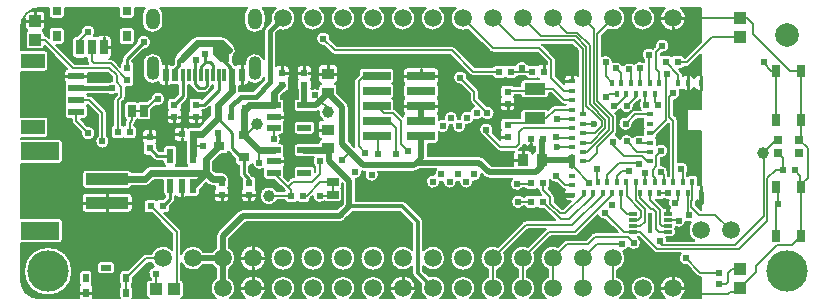
<source format=gtl>
G04 Layer: TopLayer*
G04 EasyEDA Pro v2.2.34.8, 2025-03-03 01:04:46*
G04 Gerber Generator version 0.3*
G04 Scale: 100 percent, Rotated: No, Reflected: No*
G04 Dimensions in millimeters*
G04 Leading zeros omitted, absolute positions, 4 integers and 5 decimals*
%FSLAX45Y45*%
%MOMM*%
%AMRoundRect*1,1,$1,$2,$3*1,1,$1,$4,$5*1,1,$1,0-$2,0-$3*1,1,$1,0-$4,0-$5*20,1,$1,$2,$3,$4,$5,0*20,1,$1,$4,$5,0-$2,0-$3,0*20,1,$1,0-$2,0-$3,0-$4,0-$5,0*20,1,$1,0-$4,0-$5,$2,$3,0*4,1,4,$2,$3,$4,$5,0-$2,0-$3,0-$4,0-$5,$2,$3,0*%
%ADD10C,0.2032*%
%ADD11C,0.254*%
%ADD12C,2.0*%
%ADD13C,3.5*%
%ADD14R,0.6X0.6*%
%ADD15C,1.5037*%
%ADD16C,1.5*%
%ADD17R,0.40005X0.59995*%
%ADD18R,0.59995X0.40005*%
%ADD19R,0.40005X0.59995*%
%ADD20R,0.59995X0.40005*%
%ADD21RoundRect,1.0X0.0X0.0X0.0X0.0*%
%ADD22R,0.6X0.6*%
%ADD23R,0.6604X1.0*%
%ADD24R,1.0X0.6604*%
%ADD25R,0.55001X1.1*%
%ADD26R,0.3X1.1*%
%ADD27O,1.1X2.0*%
%ADD28O,1.2X1.8*%
%ADD29R,0.7X1.3*%
%ADD30R,0.75001X0.9*%
%ADD31R,0.75001X0.7*%
%ADD32R,0.6X0.6*%
%ADD33R,3.6X1.0*%
%ADD34R,3.28X1.5*%
%ADD35R,2.0X1.1999*%
%ADD36R,1.35001X0.59995*%
%ADD37R,0.65X1.05*%
%ADD38R,0.54991X1.1999*%
%ADD39R,0.6X0.6*%
%ADD40R,0.62992X0.83007*%
%ADD41R,1.0X0.95*%
%ADD42R,1.0X0.95*%
%ADD43R,1.1999X0.54991*%
%ADD44R,0.7X0.3*%
%ADD45R,0.4X1.8*%
%ADD46R,0.95X1.0*%
%ADD47R,0.95X1.0*%
%ADD48R,0.89992X0.8001*%
%ADD49R,1.8001X1.0*%
%ADD50R,0.70002X0.70002*%
%ADD51R,1.0X1.0*%
%ADD52R,1.0X1.0*%
%ADD53R,2.37998X0.7399*%
%ADD54R,1.0X1.0*%
%ADD55R,0.5X0.8*%
%ADD56R,0.9X0.5*%
%ADD57R,0.5X0.8*%
%ADD58C,0.61*%
%ADD59C,0.6*%
%ADD60C,0.15*%
%ADD61C,0.25*%
%ADD62C,0.4*%
%ADD63C,0.5*%
%ADD64C,0.2*%
%ADD65C,0.35*%
%ADD66C,0.3*%
%ADD67C,0.54*%
G75*


G04 Copper Start*
G36*
G01X40160Y1580374D02*
G01X40160Y1959626D01*
G01X41388Y1959601D01*
G01X241387Y1959601D01*
G03X271801Y1990015I0J30414D01*
G01X271801Y2110004D01*
G03X241387Y2140418I-30414J0D01*
G01X41388Y2140418D01*
G01X40160Y2140394D01*
G01X40160Y2348211D01*
G01X57589Y2396149D01*
G01X74186Y2415689D01*
G01X74186Y2340000D01*
G03X96038Y2307020I35814J0D01*
G03X79586Y2280000I13962J-27020D01*
G01X79586Y2180000D01*
G03X110000Y2149586I30414J0D01*
G01X210000Y2149586D01*
G03X240176Y2176207I0J30414D01*
G01X431855Y1984528D01*
G03X405585Y1950010I9545J-34519D01*
G01X405585Y1890015D01*
G03X415251Y1865543I35814J0D01*
G03X410985Y1850010I26149J-15533D01*
G01X410985Y1790015D01*
G03X418500Y1770000I30414J0D01*
G03X410985Y1749985I22900J-20015D01*
G01X410985Y1689990D01*
G03X418489Y1669988I30414J0D01*
G03X410985Y1649985I22911J-20002D01*
G01X410985Y1589990D01*
G03X441399Y1559576I30414J0D01*
G01X472086Y1559576D01*
G01X472086Y1540000D01*
G03X483191Y1513191I37914J0D01*
G01X549479Y1446903D01*
G03X653073Y1396927I60521J-6903D01*
G03X603097Y1500521I-43073J43073D01*
G01X547914Y1555704D01*
G01X547914Y1559576D01*
G01X576400Y1559576D01*
G03X606814Y1589990I0J30414D01*
G01X606814Y1649985D01*
G03X599311Y1669988I-30414J0D01*
G03X605438Y1680944I-22911J20003D01*
G01X692086Y1594295D01*
G01X692086Y1417676D01*
G03X730000Y1309086I37914J-47676D01*
G03X767914Y1417676I0J60914D01*
G01X767914Y1610000D01*
G03X756809Y1636809I-37914J0D01*
G01X646822Y1746797D01*
G03X620012Y1757901I-26809J-26809D01*
G01X605766Y1757901D01*
G03X599655Y1769587I-29366J-7917D01*
G01X775811Y1769587D01*
G03X852087Y1775964I34190J50414D01*
G01X852087Y1765705D01*
G01X833191Y1746810D01*
G03X822087Y1720001I26809J-26809D01*
G01X822087Y1509367D01*
G03X799587Y1480001I7914J-29366D01*
G01X799587Y1420001D01*
G03X830001Y1389587I30414J0D01*
G01X890001Y1389587D01*
G03X910000Y1397088I0J30414D01*
G03X930000Y1389587I20000J22913D01*
G01X990000Y1389587D01*
G03X1020414Y1420001I0J30414D01*
G01X1020414Y1480001D01*
G03X997915Y1509367I-30414J0D01*
G01X997915Y1514296D01*
G01X1004739Y1521121D01*
G03X1015844Y1547930I-26809J26809D01*
G01X1015844Y1549982D01*
G03X1030000Y1556291I-4894J30018D01*
G03X1049050Y1549586I19050J23709D01*
G01X1115090Y1549586D01*
G03X1145504Y1580000I0J30414D01*
G01X1145504Y1638986D01*
G01X1179245Y1672727D01*
G03X1252776Y1760409I20753J57270D01*
G03X1140042Y1740761I-52779J-30412D01*
G01X1109696Y1710414D01*
G01X1049050Y1710414D01*
G03X1030000Y1703709I0J-30414D01*
G03X1010950Y1710414I-19050J-23709D01*
G01X944910Y1710414D01*
G03X914496Y1680000I0J-30414D01*
G01X914496Y1580000D01*
G03X930167Y1553398I30414J0D01*
G03X922087Y1530001I29833J-23397D01*
G01X922087Y1509367D01*
G03X910000Y1502914I7914J-29366D01*
G03X897915Y1509367I-20000J-22913D01*
G01X897915Y1704297D01*
G01X916810Y1723191D01*
G03X927914Y1750001I-26809J26809D01*
G01X927912Y1829587D01*
G01X970000Y1829587D01*
G03X1000414Y1860001I0J30414D01*
G01X1000414Y1920001D01*
G03X992913Y1940001I-30414J0D01*
G03X1000414Y1960001I-22913J20000D01*
G01X1000414Y2020001D01*
G03X982914Y2047537I-30414J0D01*
G01X982914Y2052225D01*
G01X1079777Y2149088D01*
G03X1123073Y2253074I224J60913D01*
G03X1019087Y2209777I-43073J-43073D01*
G01X909655Y2100346D01*
G03X897086Y2070001I30345J-30345D01*
G01X897086Y2047537D01*
G03X879586Y2020001I12914J-27536D01*
G01X879586Y2004033D01*
G01X826809Y2056810D01*
G03X800000Y2067915I-26809J-26809D01*
G01X787452Y2067915D01*
G03X810814Y2101495I-12452J33580D01*
G01X810814Y2231494D01*
G03X775000Y2267308I-35814J0D01*
G01X705000Y2267308D01*
G03X684040Y2260534I0J-35814D01*
G03X675000Y2261908I-9039J-29040D01*
G01X657534Y2261908D01*
G03X626893Y2358526I-47534J38093D01*
G03X549479Y2293098I-16893J-58525D01*
G01X518289Y2261908D01*
G01X505001Y2261908D01*
G03X474587Y2231494I0J-30414D01*
G01X474587Y2101495D01*
G03X505001Y2071081I30414J0D01*
G01X575000Y2071081D01*
G03X590000Y2075037I0J30414D01*
G03X602086Y2071221I15000J26458D01*
G01X602086Y2050001D01*
G03X609184Y2027914I37914J0D01*
G01X495706Y2027914D01*
G01X337543Y2186077D01*
G01X379991Y2186077D01*
G03X410405Y2216491I0J30414D01*
G01X410405Y2306490D01*
G03X379991Y2336904I-30414J0D01*
G01X304989Y2336904D01*
G03X274576Y2306490I0J-30414D01*
G01X274576Y2249044D01*
G01X266811Y2256809D01*
G03X240414Y2267912I-26809J-26809D01*
G01X240414Y2280000D01*
G03X223962Y2307020I-30414J0D01*
G03X245814Y2340000I-13962J32980D01*
G01X245814Y2440000D01*
G03X210000Y2475814I-35814J0D01*
G01X136084Y2475814D01*
G01X143636Y2482229D01*
G01X201512Y2499840D01*
G01X274576Y2499840D01*
G01X274576Y2439000D01*
G03X304989Y2408586I30414J0D01*
G01X379991Y2408586D01*
G03X410405Y2439000I0J30414D01*
G01X410405Y2499840D01*
G01X869596Y2499840D01*
G01X869596Y2439000D01*
G03X900010Y2408586I30414J0D01*
G01X975011Y2408586D01*
G03X1005425Y2439000I0J30414D01*
G01X1005425Y2499840D01*
G01X1090013Y2499840D01*
G03X1065088Y2437503I65488J-62337D01*
G01X1065088Y2377503D01*
G03X1245915Y2377503I90414J0D01*
G01X1245915Y2437503D01*
G03X1220990Y2499840I-90414J0D01*
G01X1955010Y2499840D01*
G03X1930085Y2437503I65488J-62337D01*
G01X1930085Y2377503D01*
G03X2110912Y2377503I90414J0D01*
G01X2110912Y2437503D01*
G03X2085987Y2499840I-90414J0D01*
G01X2198243Y2499840D01*
G03X2156890Y2383186I59757J-86840D01*
G01X2114352Y2340648D01*
G03X2099586Y2305000I35648J-35648D01*
G01X2099586Y2064748D01*
G03X1935085Y2032488I-79087J-32260D01*
G01X1935085Y2023311D01*
G01X1880501Y2023311D01*
G03X1860847Y2017436I0J-35814D01*
G03X1855493Y2017911I-5354J-29939D01*
G01X1851734Y2017911D01*
G03X1842113Y2032114I-41733J-17910D01*
G01X1834807Y2039420D01*
G03X1835269Y2044700I-29952J5280D01*
G01X1835269Y2090948D01*
G03X1842720Y2182718I-35268J49051D01*
G01X1782719Y2242719D01*
G03X1740000Y2260414I-42719J-42719D01*
G01X1530828Y2260414D01*
G03X1488108Y2242719I0J-60414D01*
G01X1357282Y2111892D01*
G03X1339608Y2070757I42719J-42719D01*
G03X1334587Y2050001I40393J-20756D01*
G01X1334587Y2028812D01*
G01X1323686Y2017911D01*
G01X1320482Y2017911D01*
G03X1315148Y2017440I0J-30414D01*
G03X1295499Y2023311I-19649J-29943D01*
G01X1240915Y2023311D01*
G01X1240915Y2032488D01*
G03X1070088Y2032488I-85414J0D01*
G01X1070088Y1942488D01*
G03X1204984Y1872868I85414J0D01*
G03X1240498Y1841683I35514J4629D01*
G01X1295499Y1841683D01*
G03X1315148Y1847555I0J35814D01*
G03X1320482Y1847083I5334J29943D01*
G01X1370280Y1847083D01*
G01X1370280Y1770970D01*
G01X1339724Y1740414D01*
G01X1310000Y1740414D01*
G03X1279586Y1710000I0J-30414D01*
G01X1279586Y1650000D01*
G03X1283850Y1634470I30414J0D01*
G03X1274186Y1610000I26150J-24470D01*
G01X1274186Y1550000D01*
G03X1310000Y1514186I35814J0D01*
G01X1370000Y1514186D01*
G03X1405814Y1550000I0J35814D01*
G01X1405814Y1610000D01*
G03X1396150Y1634470I-35814J0D01*
G03X1400414Y1650000I-26150J15530D01*
G01X1400414Y1679724D01*
G01X1443539Y1722849D01*
G03X1456108Y1753194I-30345J30345D01*
G01X1456108Y1847083D01*
G01X1471396Y1847083D01*
G03X1482849Y1826462I41798J9723D01*
G01X1519655Y1789655D01*
G03X1550000Y1777086I30345J30345D01*
G01X1590000Y1777086D01*
G03X1620345Y1789655I0J42914D01*
G01X1643538Y1812849D01*
G03X1656108Y1843194I-30345J30345D01*
G01X1656108Y1847083D01*
G01X1670279Y1847083D01*
G01X1670279Y1820969D01*
G01X1575651Y1726340D01*
G03X1550000Y1740414I-25651J-16341D01*
G01X1490000Y1740414D01*
G03X1459586Y1710000I0J-30414D01*
G01X1459586Y1650000D01*
G03X1463849Y1634470I30414J0D01*
G03X1454186Y1610000I26150J-24470D01*
G01X1454186Y1550000D01*
G03X1490000Y1514186I35814J0D01*
G01X1550000Y1514186D01*
G03X1585814Y1550000I0J35814D01*
G01X1585814Y1610000D01*
G03X1576150Y1634470I-35814J0D01*
G03X1577536Y1637086I-26150J15530D01*
G01X1590000Y1637086D01*
G03X1620345Y1649655I0J42914D01*
G01X1643079Y1672389D01*
G01X1643079Y1598496D01*
G03X1644352Y1589790I30414J0D01*
G01X1544975Y1490414D01*
G01X1470000Y1490414D01*
G03X1454470Y1486150I0J-30414D01*
G03X1430000Y1495814I-24470J-26150D01*
G01X1370000Y1495814D01*
G03X1334186Y1460000I0J-35814D01*
G01X1334186Y1400000D01*
G03X1370000Y1364186I35814J0D01*
G01X1430000Y1364186D01*
G03X1439586Y1365492I0J35814D01*
G01X1439586Y1322092D01*
G03X1437087Y1310017I27915J-12074D01*
G01X1437087Y1190028D01*
G03X1449661Y1165395I30414J0D01*
G01X1350339Y1165395D01*
G03X1362913Y1190028I-17840J24632D01*
G01X1362913Y1310017D01*
G03X1332499Y1340431I-30414J0D01*
G01X1277508Y1340431D01*
G03X1247095Y1310017I0J-30414D01*
G01X1247095Y1292937D01*
G01X1207753Y1292937D01*
G01X1190414Y1310275D01*
G01X1190414Y1340000D01*
G03X1186151Y1355530I-30414J0D01*
G03X1195814Y1380000I-26150J24470D01*
G01X1195814Y1440000D01*
G03X1160000Y1475814I-35814J0D01*
G01X1100000Y1475814D01*
G03X1064186Y1440000I0J-35814D01*
G01X1064186Y1380000D01*
G03X1073850Y1355530I35814J0D01*
G03X1069586Y1340000I26150J-15530D01*
G01X1069586Y1280000D01*
G03X1100000Y1249586I30414J0D01*
G01X1129724Y1249586D01*
G01X1159632Y1219678D01*
G03X1189977Y1207109I30345J30345D01*
G01X1247095Y1207109D01*
G01X1247095Y1190028D01*
G03X1259669Y1165395I30414J0D01*
G01X1144981Y1165395D01*
G03X1102262Y1147701I0J-60414D01*
G01X1064975Y1110414D01*
G01X978082Y1110414D01*
G03X949507Y1130414I-28575J-10414D01*
G01X589507Y1130414D01*
G03X559093Y1100000I0J-30414D01*
G01X559093Y1000000D01*
G03X589507Y969586I30414J0D01*
G01X949507Y969586D01*
G03X978082Y989586I0J30414D01*
G01X1090000Y989586D01*
G03X1132719Y1007281I0J60414D01*
G01X1170006Y1044568D01*
G01X1247095Y1044568D01*
G01X1247095Y929983D01*
G03X1262090Y903767I30414J0D01*
G01X1262090Y902779D01*
G01X1239724Y880414D01*
G01X1210000Y880414D01*
G03X1190000Y872913I0J-30414D01*
G03X1170000Y880414I-20000J-22913D01*
G01X1110000Y880414D01*
G03X1079586Y850000I0J-30414D01*
G01X1079586Y790000D01*
G03X1110000Y759586I30414J0D01*
G01X1146795Y759586D01*
G01X1322086Y584295D01*
G01X1322086Y449544D01*
G03X1143640Y418914I-80086J-68544D01*
G01X1101000Y418914D01*
G03X1074191Y407809I0J-37914D01*
G01X946797Y280415D01*
G01X905000Y280415D01*
G03X874586Y250001I0J-30414D01*
G01X874586Y170001D01*
G03X882087Y150001I30414J0D01*
G03X874586Y130002I22913J-20000D01*
G01X874586Y50002D01*
G03X876222Y40160I30414J0D01*
G01X649435Y40160D01*
G03X650814Y50002I-34435J9842D01*
G01X650814Y130002D01*
G03X641151Y154472I-35814J0D01*
G03X645414Y170001I-26150J15530D01*
G01X645414Y250001D01*
G03X615000Y280415I-30414J0D01*
G01X565000Y280415D01*
G03X534586Y250001I0J-30414D01*
G01X534586Y170001D01*
G03X538850Y154472I30414J0D01*
G03X529186Y130002I26150J-24470D01*
G01X529186Y50002D01*
G03X530565Y40160I35814J0D01*
G01X201423Y40160D01*
G01X134079Y59401D01*
G01X87186Y87537D01*
G01X69051Y114739D01*
G01X58264Y142017D01*
G01X40160Y201511D01*
G01X40160Y509585D01*
G01X364493Y509585D01*
G03X394907Y539999I0J30414D01*
G01X394907Y689999D01*
G03X364493Y720413I-30414J0D01*
G01X40160Y720413D01*
G01X40160Y1179587D01*
G01X364493Y1179587D01*
G03X394907Y1210001I0J30414D01*
G01X394907Y1360000D01*
G03X364493Y1390414I-30414J0D01*
G01X40160Y1390414D01*
G01X40160Y1399606D01*
G01X41388Y1399582D01*
G01X241387Y1399582D01*
G03X271801Y1429996I0J30414D01*
G01X271801Y1549985D01*
G03X241387Y1580399I-30414J0D01*
G01X41388Y1580399D01*
G01X40160Y1580374D01*
G37*
%LPC*%
G36*
G01X64586Y270000D02*
G03X475414Y270000I205414J0D01*
G03X64586Y270000I-205414J0D01*
G37*
G36*
G01X589507Y935814D02*
G03X553693Y900000I0J-35814D01*
G01X553693Y800000D01*
G03X589507Y764186I35814J0D01*
G01X949507Y764186D01*
G03X985321Y800000I0J35814D01*
G01X985321Y900000D01*
G03X949507Y935814I-35814J0D01*
G01X589507Y935814D01*
G37*
G36*
G01X805000Y244587D02*
G03X835414Y275001I0J30414D01*
G01X835414Y325001D01*
G03X805000Y355415I-30414J0D01*
G01X715000Y355415D01*
G03X684586Y325001I0J-30414D01*
G01X684586Y275001D01*
G03X715000Y244587I30414J0D01*
G01X805000Y244587D01*
G37*
G36*
G01X1005425Y2306490D02*
G03X975011Y2336904I-30414J0D01*
G01X900010Y2336904D01*
G03X869596Y2306490I0J-30414D01*
G01X869596Y2216491D01*
G03X900010Y2186077I30414J0D01*
G01X975011Y2186077D01*
G03X1005425Y2216491I0J30414D01*
G01X1005425Y2306490D01*
G37*
%LPD*%
G36*
G01X612214Y1890015D02*
G01X612214Y1950010D01*
G01X612154Y1952086D01*
G01X774297Y1952086D01*
G01X812087Y1914296D01*
G01X812087Y1880879D01*
G03X775811Y1870415I-2086J-60878D01*
G01X606375Y1870415D01*
G03X612214Y1890015I-29975J19600D01*
G37*
G36*
G01X1124120Y40160D02*
G01X983777Y40160D01*
G03X985414Y50002I-28778J9842D01*
G01X985414Y130002D01*
G03X977913Y150001I-30414J0D01*
G03X985414Y170001I-22913J20000D01*
G01X985414Y211795D01*
G01X1116705Y343086D01*
G01X1143640Y343086D01*
G03X1164976Y309032I98360J37914D01*
G03X1142086Y202324I15024J-59032D01*
G01X1142086Y200414D01*
G01X1130000Y200414D01*
G03X1099586Y170000I0J-30414D01*
G01X1099586Y70000D01*
G03X1124120Y40160I30414J0D01*
G37*
G36*
G01X1764989Y1259581D02*
G03X1795014Y1285149I0J30414D01*
G03X1799655Y1279655I34986J24851D01*
G01X1854590Y1224721D01*
G01X1854590Y1194999D01*
G03X1885004Y1164585I30414J0D01*
G01X1887086Y1164585D01*
G01X1887086Y1090001D01*
G03X1899655Y1059656I42914J0D01*
G01X1909586Y1049725D01*
G01X1909586Y990000D01*
G03X1913850Y974471I30414J0D01*
G03X1904186Y950000I26150J-24470D01*
G01X1904186Y890000D01*
G03X1940000Y854186I35814J0D01*
G01X2000000Y854186D01*
G03X2035814Y890000I0J35814D01*
G01X2035814Y950000D01*
G03X2026150Y974471I-35814J0D01*
G03X2030414Y990000I-26150J15530D01*
G01X2030414Y1050000D01*
G03X2000277Y1080413I-30414J0D01*
G01X1972914Y1107776D01*
G01X1972914Y1164585D01*
G01X1974996Y1164585D01*
G03X2000265Y1178073I0J30414D01*
G03X2089892Y1136925I59735J11927D01*
G03X2089569Y1132499I30090J-4425D01*
G01X2089569Y1077508D01*
G03X2119983Y1047094I30414J0D01*
G01X2184268Y1047094D01*
G01X2274614Y956749D01*
G03X2270634Y947914I25387J-16749D01*
G01X2210915Y947914D01*
G03X2059586Y910000I-70915J-37914D01*
G03X2210915Y872086I80414J0D01*
G01X2270634Y872086D01*
G03X2300000Y849586I29366J7914D01*
G01X2360000Y849586D01*
G03X2380000Y857087I0J30414D01*
G03X2400000Y849586I20000J22913D01*
G01X2460000Y849586D01*
G03X2490414Y880000I0J30414D01*
G01X2490414Y886795D01*
G01X2509239Y905620D01*
G03X2608832Y863071I60756J4379D01*
G03X2630000Y854496I21168J21839D01*
G01X2730000Y854496D01*
G03X2760414Y884910I0J30414D01*
G01X2760414Y950950D01*
G03X2753709Y970000I-30414J0D01*
G03X2760414Y989050I-23709J19050D01*
G01X2760414Y1016809D01*
G01X2764586Y1012637D01*
G01X2764586Y842953D01*
G01X2717047Y795414D01*
G01X1920000Y795414D01*
G03X1880816Y779184I0J-55414D01*
G01X1710817Y609184D01*
G03X1694586Y570000I39184J-39184D01*
G01X1694586Y470674D01*
G03X1660326Y436414I55414J-89674D01*
G01X1585674Y436414D01*
G03X1397914Y419616I-89674J-55414D01*
G01X1397914Y600000D01*
G03X1386809Y626809I-37914J0D01*
G01X1254032Y759586D01*
G01X1270000Y759586D01*
G03X1300414Y790000I0J30414D01*
G01X1300414Y819724D01*
G01X1335349Y854659D01*
G03X1347918Y885004I-30345J30345D01*
G01X1347918Y903767D01*
G01X1348120Y903886D01*
G03X1372504Y894169I24494J26012D01*
G01X1427495Y894169D01*
G03X1451968Y903834I0J35814D01*
G03X1467500Y899569I15533J26149D01*
G01X1522491Y899569D01*
G03X1552905Y929983I0J30414D01*
G01X1552905Y962449D01*
G01X1610000Y1019543D01*
G01X1622262Y1007281D01*
G03X1664981Y989586I42719J42719D01*
G01X1679589Y989586D01*
G03X1683850Y974471I30411J414D01*
G03X1674186Y950000I26150J-24470D01*
G01X1674186Y890000D01*
G03X1710000Y854186I35814J0D01*
G01X1770000Y854186D01*
G03X1805814Y890000I0J35814D01*
G01X1805814Y950000D01*
G03X1796151Y974471I-35814J0D01*
G03X1800414Y990000I-26150J15530D01*
G01X1800414Y1050000D01*
G03X1740000Y1110414I-60414J0D01*
G01X1690006Y1110414D01*
G01X1670414Y1130006D01*
G01X1670414Y1194983D01*
G01X1735012Y1259581D01*
G01X1764989Y1259581D01*
G37*
G36*
G01X1690243Y40160D02*
G01X1395880Y40160D01*
G03X1420414Y70000I-5880J29840D01*
G01X1420414Y170000D01*
G03X1397914Y199366I-30414J0D01*
G01X1397914Y342384D01*
G03X1585674Y325586I98086J38616D01*
G01X1660326Y325586D01*
G03X1694586Y291326I89674J55414D01*
G01X1694586Y216674D01*
G03X1690243Y40160I55414J-89674D01*
G37*
G36*
G01X1935163Y40160D02*
G01X1809757Y40160D01*
G03X1805414Y216674I-59757J86840D01*
G01X1805414Y291326D01*
G03X1855414Y381000I-55414J89674D01*
G03X1805414Y470674I-105414J0D01*
G01X1805414Y547047D01*
G01X1942953Y684586D01*
G01X2740000Y684586D01*
G03X2779184Y700816I0J55414D01*
G01X2850453Y772086D01*
G01X3250154Y772086D01*
G01X3352086Y670153D01*
G01X3352086Y451814D01*
G03X3168586Y381000I-78086J-70814D01*
G03X3352086Y310186I105414J0D01*
G01X3352086Y255000D01*
G03X3366120Y221120I47914J0D01*
G01X3427726Y159514D01*
G03X3468243Y40160I100274J-32514D01*
G01X3342837Y40160D01*
G03X3274000Y237814I-68837J86840D01*
G03X3205163Y40160I0J-110814D01*
G01X3079757Y40160D01*
G03X3020000Y232414I-59757J86840D01*
G03X2960243Y40160I0J-105414D01*
G01X2825757Y40160D01*
G03X2766000Y232414I-59757J86840D01*
G03X2706243Y40160I0J-105414D01*
G01X2571757Y40160D01*
G03X2512000Y232414I-59757J86840D01*
G03X2452243Y40160I0J-105414D01*
G01X2317757Y40160D01*
G03X2258000Y232414I-59757J86840D01*
G03X2198243Y40160I0J-105414D01*
G01X2072837Y40160D01*
G03X2004000Y237814I-68837J86840D01*
G03X1935163Y40160I0J-110814D01*
G37*
%LPC*%
G36*
G01X2114814Y381000D02*
G03X1893186Y381000I-110814J0D01*
G03X2114814Y381000I110814J0D01*
G37*
G36*
G01X2363414Y381000D02*
G03X2152586Y381000I-105414J0D01*
G03X2363414Y381000I105414J0D01*
G37*
G36*
G01X2617414Y381000D02*
G03X2406586Y381000I-105414J0D01*
G03X2617414Y381000I105414J0D01*
G37*
G36*
G01X2871414Y381000D02*
G03X2660586Y381000I-105414J0D01*
G03X2871414Y381000I105414J0D01*
G37*
G36*
G01X3125414Y381000D02*
G03X2914586Y381000I-105414J0D01*
G03X3125414Y381000I105414J0D01*
G37*
%LPD*%
G36*
G01X1935503Y1841683D02*
G03X1971016Y1872868I0J35814D01*
G03X2099586Y1910229I49482J69620D01*
G01X2099586Y1890882D01*
G01X2009119Y1800415D01*
G01X1900001Y1800415D01*
G03X1888431Y1799069I0J-50414D01*
G01X1888406Y1840001D01*
G01X1888382Y1841683D01*
G01X1935503Y1841683D01*
G37*
G36*
G01X2353160Y2367650D02*
G03X2317757Y2499840I-95160J45350D01*
G01X2452243Y2499840D01*
G03X2512000Y2307586I59757J-86840D01*
G03X2571757Y2499840I0J105414D01*
G01X2706243Y2499840D01*
G03X2766000Y2307586I59757J-86840D01*
G03X2825757Y2499840I0J105414D01*
G01X2960243Y2499840D01*
G03X3020000Y2307586I59757J-86840D01*
G03X3079757Y2499840I0J105414D01*
G01X3214243Y2499840D01*
G03X3274000Y2307586I59757J-86840D01*
G03X3333757Y2499840I0J105414D01*
G01X3468243Y2499840D01*
G03X3528000Y2307586I59757J-86840D01*
G03X3587757Y2499840I0J105414D01*
G01X3722243Y2499840D01*
G03X3690006Y2361530I59757J-86840D01*
G03X3824742Y2316640I91994J51470D01*
G01X4008191Y2133191D01*
G03X4035000Y2122086I26809J26809D01*
G01X4414296Y2122086D01*
G01X4492086Y2044295D01*
G01X4492086Y2025814D01*
G01X4440000Y2025814D01*
G03X4415530Y2016150I0J-35814D01*
G03X4400000Y2020414I-15530J-26150D01*
G01X4340000Y2020414D01*
G03X4333213Y2019646I0J-30414D01*
G03X4226787Y2019646I-53213J-29646D01*
G03X4220000Y2020414I-6787J-29647D01*
G01X4160000Y2020414D01*
G03X4140000Y2012913I0J-30414D01*
G03X4120000Y2020414I-20000J-22913D01*
G01X4060000Y2020414D01*
G03X4030634Y1997914I0J-30414D01*
G01X3885705Y1997914D01*
G01X3716809Y2166809D01*
G03X3690000Y2177914I-26809J-26809D01*
G01X2715704Y2177914D01*
G01X2660521Y2233097D01*
G03X2556927Y2283073I-60521J6903D01*
G03X2606903Y2179479I43073J-43073D01*
G01X2673191Y2113191D01*
G03X2700000Y2102086I26809J26809D01*
G01X3674295Y2102086D01*
G01X3843191Y1933190D01*
G03X3870000Y1922086I26809J26809D01*
G01X4030634Y1922086D01*
G03X4060000Y1899586I29366J7914D01*
G01X4120000Y1899586D01*
G03X4140000Y1907087I0J30414D01*
G03X4160000Y1899586I20000J22913D01*
G01X4220000Y1899586D01*
G03X4249366Y1922086I0J30414D01*
G01X4310634Y1922086D01*
G03X4340000Y1899586I29366J7914D01*
G01X4400000Y1899586D01*
G03X4415530Y1903849I0J30414D01*
G03X4430726Y1895407I24470J26150D01*
G01X4299995Y1895407D01*
G03X4269581Y1864993I0J-30414D01*
G01X4269581Y1837914D01*
G01X4214578Y1837914D01*
G03X4190000Y1850414I-24578J-17914D01*
G01X4130000Y1850414D01*
G03X4099586Y1820000I0J-30414D01*
G01X4099586Y1760000D01*
G03X4103849Y1744471I30414J0D01*
G03X4094186Y1720000I26150J-24470D01*
G01X4094186Y1660000D01*
G03X4130000Y1624186I35814J0D01*
G01X4190000Y1624186D01*
G03X4225814Y1660000I0J35814D01*
G01X4225814Y1720000D01*
G03X4216150Y1744471I-35814J0D01*
G03X4220414Y1760000I-26150J15530D01*
G01X4220414Y1762086D01*
G01X4269721Y1762086D01*
G03X4299995Y1734579I30275J2907D01*
G01X4480005Y1734579D01*
G03X4510419Y1764993I0J30414D01*
G01X4510419Y1777079D01*
G01X4529302Y1777079D01*
G01X4613202Y1693180D01*
G03X4640011Y1682075I26809J26809D01*
G01X4650412Y1682075D01*
G03X4652071Y1679997I24580J17911D01*
G03X4650412Y1677919I22922J-19990D01*
G01X4560005Y1677919D01*
G03X4533195Y1666814I0J-37914D01*
G01X4502191Y1635810D01*
G03X4480005Y1645420I-22186J-20803D01*
G01X4299995Y1645420D01*
G03X4269581Y1615006I0J-30414D01*
G01X4269581Y1567914D01*
G01X4202075Y1567914D01*
G03X4190000Y1570414I-12075J-27914D01*
G01X4130000Y1570414D01*
G03X4099586Y1540000I0J-30414D01*
G01X4099586Y1480000D01*
G03X4103849Y1464470I30414J0D01*
G03X4094186Y1440000I26150J-24470D01*
G01X4094186Y1380000D01*
G01X4094190Y1379428D01*
G01X4033227Y1440391D01*
G03X3963620Y1528669I-53235J29606D01*
G03X3949778Y1417105I16372J-58672D01*
G03X3953183Y1413199I30214J22903D01*
G01X4073191Y1293191D01*
G03X4100000Y1282086I26809J26809D01*
G01X4214306Y1282086D01*
G03X4206686Y1260000I28193J-22086D01*
G01X4206686Y1165414D01*
G01X4025253Y1165414D01*
G01X3961484Y1229183D01*
G03X3922300Y1245414I-39184J-39184D01*
G01X3483425Y1245414D01*
G01X3483425Y1348591D01*
G01X3547010Y1348591D01*
G03X3577424Y1379005I0J30414D01*
G01X3577424Y1448529D01*
G03X3643629Y1449210I32576J51471D01*
G03X3670105Y1509895I-33629J50790D01*
G03X3689895Y1509895I9895J60105D01*
G03X3750000Y1439086I60105J-9895D01*
G03X3810105Y1509895I0J60914D01*
G03X3878496Y1553008I9895J60105D01*
G03X3945000Y1568945I21504J56992D01*
G03X4047034Y1588609I45000J41055D01*
G03X3983097Y1670522I-57034J21391D01*
G01X3917914Y1735704D01*
G01X3917914Y1790000D01*
G03X3906809Y1816809I-37914J0D01*
G01X3820522Y1903097D01*
G03X3716927Y1953073I-60521J6903D01*
G03X3766903Y1849479I43073J-43073D01*
G01X3842086Y1774296D01*
G01X3842086Y1720000D01*
G03X3853191Y1693191I37914J0D01*
G01X3879148Y1667234D01*
G03X3841504Y1626992I20852J-57234D01*
G03X3759895Y1560105I-21504J-56992D01*
G03X3740105Y1560105I-9895J-60105D01*
G03X3680000Y1630914I-60105J9895D01*
G03X3619895Y1560105I0J-60914D01*
G03X3582824Y1554516I-9895J-60105D01*
G01X3582824Y1579995D01*
G03X3571096Y1606500I-35814J0D01*
G03X3582824Y1633005I-24086J26505D01*
G01X3582824Y1706995D01*
G03X3566757Y1736873I-35814J0D01*
G03X3577424Y1760005I-19747J23132D01*
G01X3577424Y1833995D01*
G03X3566757Y1857127I-30414J0D01*
G03X3582824Y1887005I-19747J29878D01*
G01X3582824Y1960995D01*
G03X3547010Y1996809I-35814J0D01*
G01X3309012Y1996809D01*
G03X3273198Y1960995I0J-35814D01*
G01X3273198Y1887005D01*
G03X3289265Y1857127I35814J0D01*
G03X3278598Y1833995I19747J-23132D01*
G01X3278598Y1760005D01*
G03X3289265Y1736873I30414J0D01*
G03X3273198Y1706995I19747J-29878D01*
G01X3273198Y1633005D01*
G03X3284926Y1606500I35814J0D01*
G03X3273200Y1580421I24086J-26505D01*
G01X3216811Y1636810D01*
G03X3201402Y1646160I-26809J-26809D01*
G01X3201402Y1706995D01*
G03X3185905Y1733500I-30414J0D01*
G03X3201402Y1760005I-14916J26505D01*
G01X3201402Y1833995D01*
G03X3185905Y1860500I-30414J0D01*
G03X3201402Y1887005I-14916J26505D01*
G01X3201402Y1960995D01*
G03X3170988Y1991409I-30414J0D01*
G01X2932990Y1991409D01*
G03X2902576Y1960995I0J-30414D01*
G01X2902576Y1936195D01*
G01X2873191Y1906809D01*
G03X2862086Y1880000I26809J-26809D01*
G01X2862086Y1330339D01*
G03X2862331Y1326036I37914J0D01*
G01X2815414Y1372953D01*
G01X2815414Y1660000D01*
G03X2799184Y1699183I-55414J0D01*
G01X2720414Y1777953D01*
G01X2720414Y1827500D01*
G03X2696325Y1857249I-30414J0D01*
G03X2725814Y1892500I-6325J35251D01*
G01X2725814Y1987500D01*
G03X2690000Y2023314I-35814J0D01*
G01X2590000Y2023314D01*
G03X2554186Y1987500I0J-35814D01*
G01X2554186Y1892500D01*
G03X2583675Y1857249I35814J0D01*
G03X2559586Y1827500I6325J-29749D01*
G01X2559586Y1813246D01*
G03X2499537Y1812749I-29586J-53246D01*
G03X2500414Y1820000I-29537J7251D01*
G01X2500414Y1880000D01*
G03X2496150Y1895530I-30414J0D01*
G03X2505814Y1920000I-26150J24470D01*
G01X2505814Y1980000D01*
G03X2470000Y2015814I-35814J0D01*
G01X2410000Y2015814D01*
G03X2374186Y1980000I0J-35814D01*
G01X2374186Y1920000D01*
G03X2383849Y1895530I35814J0D01*
G03X2379586Y1880000I26150J-15530D01*
G01X2379586Y1820000D01*
G03X2384609Y1803258I30414J0D01*
G01X2384609Y1732905D01*
G01X2380028Y1732905D01*
G03X2349614Y1702491I0J-30414D01*
G01X2349614Y1647500D01*
G03X2380028Y1617086I30414J0D01*
G01X2500017Y1617086D01*
G03X2512083Y1619582I0J30414D01*
G01X2534996Y1619582D01*
G03X2559769Y1625428I0J55414D01*
G03X2595062Y1553314I80231J-5428D01*
G01X2590000Y1553314D01*
G03X2554186Y1517500I0J-35814D01*
G01X2554186Y1422500D01*
G03X2583675Y1387249I35814J0D01*
G03X2559586Y1357500I6325J-29749D01*
G01X2559586Y1355410D01*
G01X2440023Y1355410D01*
G03X2422808Y1352905I0J-60414D01*
G01X2380028Y1352905D01*
G03X2349614Y1322491I0J-30414D01*
G01X2349614Y1267500D01*
G03X2380028Y1237086I30414J0D01*
G01X2422808Y1237086D01*
G03X2440023Y1234582I17214J57909D01*
G01X2519851Y1234582D01*
G03X2509743Y1191040I50144J-34584D01*
G03X2532081Y1152321I60252J8958D01*
G01X2532081Y1112390D01*
G01X2530431Y1110741D01*
G01X2530431Y1132499D01*
G03X2500017Y1162913I-30414J0D01*
G01X2380028Y1162913D01*
G03X2349614Y1132499I0J-30414D01*
G01X2349614Y1077508D01*
G03X2351167Y1067914I30414J0D01*
G01X2345018Y1067914D01*
G03X2318209Y1056809I0J-37914D01*
G01X2300000Y1038600D01*
G01X2269267Y1069333D01*
G03X2270386Y1077508I-29295J8175D01*
G01X2270386Y1132499D01*
G03X2266121Y1148032I-30414J0D01*
G03X2275786Y1172504I-26149J24472D01*
G01X2275786Y1227495D01*
G03X2266121Y1251968I-35814J0D01*
G03X2270386Y1267500I-26149J15533D01*
G01X2270386Y1322491D01*
G03X2239972Y1352905I-30414J0D01*
G01X2228317Y1352905D01*
G03X2228317Y1427094I-48317J37095D01*
G01X2239972Y1427094D01*
G03X2270386Y1457508I0J30414D01*
G01X2270386Y1512499D01*
G03X2266121Y1528032I-30414J0D01*
G03X2275786Y1552504I-26149J24472D01*
G01X2275786Y1607495D01*
G03X2266121Y1631968I-35814J0D01*
G03X2270386Y1647500I-26149J15533D01*
G01X2270386Y1702491D01*
G03X2240391Y1732902I-30414J0D01*
G01X2240391Y1754953D01*
G01X2275024Y1789586D01*
G01X2280000Y1789586D01*
G03X2310414Y1820000I0J30414D01*
G01X2310414Y1880000D01*
G03X2306150Y1895530I-30414J0D01*
G03X2315814Y1920000I-26150J24470D01*
G01X2315814Y1980000D01*
G03X2280000Y2015814I-35814J0D01*
G01X2220000Y2015814D01*
G03X2200414Y2009984I0J-35814D01*
G01X2200414Y2284118D01*
G01X2228186Y2311890D01*
G03X2353160Y2367650I29814J101110D01*
G37*
%LPC*%
G36*
G01X2380028Y1542913D02*
G03X2349614Y1512499I0J-30414D01*
G01X2349614Y1457508D01*
G03X2380028Y1427094I30414J0D01*
G01X2500017Y1427094D01*
G03X2530431Y1457508I0J30414D01*
G01X2530431Y1512499D01*
G03X2500017Y1542913I-30414J0D01*
G01X2380028Y1542913D01*
G37*
%LPD*%
G36*
G01X3722243Y40160D02*
G01X3587757Y40160D01*
G03X3622544Y173622I-59757J86840D01*
G03X3495486Y227274I-94544J-46622D01*
G01X3447914Y274847D01*
G01X3447914Y312456D01*
G03X3633414Y381000I80086J68544D01*
G03X3447914Y449544I-105414J0D01*
G01X3447914Y690000D01*
G03X3433880Y723880I-47914J0D01*
G01X3303881Y853880D01*
G03X3270000Y867914I-33880J-33880D01*
G01X2875414Y867914D01*
G01X2875414Y1035591D01*
G03X2873717Y1049198I-55414J0D01*
G03X2930670Y1115377I-3723J60800D01*
G03X2940000Y1114586I9330J54623D01*
G01X2954674Y1114586D01*
G03X3010000Y1028186I55326J-25486D01*
G03X3065326Y1114586I0J60914D01*
G01X3370000Y1114586D01*
G03X3409183Y1130816I0J55414D01*
G01X3412953Y1134586D01*
G01X3558496Y1134586D01*
G03X3539086Y1090232I41504J-44586D01*
G03X3483751Y990358I-9086J-60232D01*
G03X3590914Y1029768I46249J39642D01*
G03X3609087Y1029768I9086J60232D01*
G03X3670000Y969086I60913J232D01*
G03X3730913Y1029768I0J60914D01*
G03X3749087Y1029768I9086J60232D01*
G03X3810000Y969086I60913J232D01*
G03X3870913Y1029768I0J60914D01*
G03X3940835Y1093098I9087J60232D01*
G01X3963116Y1070817D01*
G03X4002300Y1054587I39184J39184D01*
G01X4198490Y1054587D01*
G03X4198625Y965284I41501J-44589D01*
G03X4287668Y972084I41367J44714D01*
G01X4305423Y972084D01*
G03X4330000Y959586I24577J17916D01*
G01X4390000Y959586D01*
G03X4410000Y967087I0J30414D01*
G03X4422086Y960634I20000J22913D01*
G01X4422086Y960003D01*
G03X4433191Y933194I37914J0D01*
G01X4445970Y920414D01*
G01X4430000Y920414D01*
G03X4410000Y912913I0J-30414D01*
G03X4390000Y920414I-20000J-22913D01*
G01X4330000Y920414D01*
G03X4300634Y897914I0J-30414D01*
G01X4297676Y897914D01*
G03X4189086Y860000I-47676J-37914D01*
G03X4297676Y822086I60914J0D01*
G01X4300634Y822086D01*
G03X4330000Y799586I29366J7914D01*
G01X4390000Y799586D01*
G03X4410000Y807087I0J30414D01*
G03X4430000Y799586I20000J22913D01*
G01X4466795Y799586D01*
G01X4563865Y702516D01*
G01X4319602Y702516D01*
G03X4292793Y691412I0J-37914D01*
G01X4078742Y477360D01*
G03X3938610Y421340I-42742J-96360D01*
G03X3998086Y282640I97390J-40340D01*
G01X3998086Y225360D01*
G03X3976243Y40160I37914J-98360D01*
G01X3841757Y40160D01*
G03X3782000Y232414I-59757J86840D01*
G03X3722243Y40160I0J-105414D01*
G37*
%LPC*%
G36*
G01X3887414Y381000D02*
G03X3676586Y381000I-105414J0D01*
G03X3887414Y381000I105414J0D01*
G37*
%LPD*%
G36*
G01X4230243Y40160D02*
G01X4095757Y40160D01*
G03X4073914Y225360I-59757J86840D01*
G01X4073914Y282640D01*
G03X4132360Y423742I-37914J98360D01*
G01X4335307Y626688D01*
G01X4482070Y626688D01*
G01X4332742Y477360D01*
G03X4192610Y421340I-42742J-96360D01*
G03X4252086Y282640I97390J-40340D01*
G01X4252086Y225360D01*
G03X4230243Y40160I37914J-98360D01*
G37*
G36*
G01X4286809Y1323191D02*
G03X4297559Y1344826I-26809J26809D01*
G03X4330000Y1324186I32441J15173D01*
G01X4390000Y1324186D01*
G03X4394586Y1324481I0J35814D01*
G01X4394586Y1289366D01*
G03X4372751Y1266325I7914J-29366D01*
G03X4337500Y1295814I-35251J-6325D01*
G01X4259433Y1295814D01*
G01X4286809Y1323191D01*
G37*
G36*
G01X4484243Y40160D02*
G01X4349757Y40160D01*
G03X4327914Y225360I-59757J86840D01*
G01X4327914Y282640D01*
G03X4386360Y423742I-37914J98360D01*
G01X4529297Y566678D01*
G01X4730000Y566678D01*
G03X4756809Y577783I0J37914D01*
G01X4925392Y746366D01*
G03X4989437Y706945I57143J21100D01*
G01X5095068Y601314D01*
G01X4903402Y601314D01*
G03X4876593Y590209I0J-37914D01*
G01X4824298Y537914D01*
G01X4663000Y537914D01*
G03X4636191Y526809I0J-37914D01*
G01X4586742Y477360D01*
G03X4446610Y421340I-42742J-96360D01*
G03X4506086Y282640I97390J-40340D01*
G01X4506086Y225360D01*
G03X4484243Y40160I37914J-98360D01*
G37*
G36*
G01X4567914Y2060000D02*
G03X4556809Y2086809I-37914J0D01*
G01X4456809Y2186809D01*
G03X4453071Y2190086I-26809J-26809D01*
G01X4708615Y2190086D01*
G01X4758086Y2140615D01*
G01X4758086Y1927381D01*
G03X4734987Y1935826I-23099J-27369D01*
G01X4674993Y1935826D01*
G03X4639179Y1900012I0J-35814D01*
G01X4639179Y1860007D01*
G03X4639700Y1853918I35814J0D01*
G01X4567914Y1925704D01*
G01X4567914Y2060000D01*
G37*
G36*
G01X4557916Y859543D02*
G01X4557916Y900000D01*
G03X4546812Y926810I-37914J0D01*
G01X4508079Y965543D01*
G03X4520414Y990000I-18079J24458D01*
G01X4520414Y1044620D01*
G03X4576903Y1019479I49586J35380D01*
G01X4623190Y973192D01*
G03X4646905Y962213I26809J26809D01*
G03X4639179Y939993I28088J-22220D01*
G01X4639179Y899988D01*
G03X4674993Y864174I35814J0D01*
G01X4699154Y864174D01*
G01X4632894Y797914D01*
G01X4619545Y797914D01*
G01X4557916Y859543D01*
G37*
G36*
G01X5143994Y2361530D02*
G03X5111757Y2499840I-91994J51470D01*
G01X5246243Y2499840D01*
G03X5306000Y2307586I59757J-86840D01*
G03X5365757Y2499840I0J105414D01*
G01X5491163Y2499840D01*
G03X5560000Y2302186I68837J-86840D01*
G03X5628837Y2499840I0J110814D01*
G01X5799840Y2499840D01*
G01X5799840Y2213458D01*
G01X5664295Y2077914D01*
G01X5659366Y2077914D01*
G03X5630000Y2100414I-29366J-7913D01*
G01X5570000Y2100414D01*
G03X5550000Y2092913I0J-30414D01*
G03X5530000Y2100414I-20000J-22913D01*
G01X5470000Y2100414D01*
G03X5457914Y2097910I0J-30414D01*
G01X5457914Y2114296D01*
G01X5463097Y2119478D01*
G03X5513073Y2223073I6903J60521D01*
G03X5409478Y2173097I-43073J-43073D01*
G01X5393191Y2156809D01*
G03X5390699Y2154061I26809J-26809D01*
G03X5306370Y2141717I-35860J-49240D01*
G03X5316925Y2057145I48469J-36895D01*
G01X5316925Y2038434D01*
G03X5230490Y2025496I-36936J-48438D01*
G03X5137324Y2010603I-40500J-45500D01*
G03X5050815Y2043467I-57324J-20603D01*
G03X5018104Y2094043I-60815J-3467D01*
G03X4957914Y2091778I-28104J-54043D01*
G01X4957914Y2265296D01*
G01X5009258Y2316640D01*
G03X5143994Y2361530I42742J96360D01*
G37*
G36*
G01X5115000Y1643818D02*
G03X5186771Y1611440I55000J26182D01*
G03X5230522Y1676903I-16771J58560D01*
G01X5268404Y1714786D01*
G03X5284999Y1722097I-3408J30222D01*
G01X5285538Y1721637D01*
G03X5285963Y1637914I44462J-41637D01*
G01X5240000Y1637914D01*
G03X5213190Y1626809I0J-37914D01*
G01X5166903Y1580521D01*
G03X5116927Y1476927I-6903J-60521D01*
G03X5220522Y1526903I43073J43073D01*
G01X5255704Y1562086D01*
G01X5310431Y1562086D01*
G03X5312101Y1559995I24580J17911D01*
G03X5304598Y1539992I22911J-20002D01*
G01X5304598Y1499987D01*
G03X5312090Y1479997I30414J0D01*
G03X5304598Y1460007I22922J-19990D01*
G01X5304598Y1420125D01*
G03X5219996Y1404799I-34608J-50128D01*
G03X5111549Y1387147I-49996J-34799D01*
G03X5074566Y1425940I-58084J-18350D01*
G01X5076809Y1428184D01*
G03X5087914Y1454993I-26809J26809D01*
G01X5087914Y1580455D01*
G03X5076809Y1607264I-37914J0D01*
G01X5073477Y1610596D01*
G03X5115000Y1643818I-13477J59404D01*
G37*
G36*
G01X5246243Y40160D02*
G01X5111757Y40160D01*
G03X5089914Y225360I-59757J86840D01*
G01X5089914Y282640D01*
G03X5139473Y439827I-37914J98360D01*
G03X5183427Y470742I-9473J60173D01*
G03X5275208Y469171I46576J39258D01*
G03X5264332Y560319I-45205J40829D01*
G03X5269437Y561949I-6665J29675D01*
G01X5398195Y433191D01*
G03X5425004Y422086I26809J26809D01*
G01X5625963Y422086D01*
G03X5615440Y352913I44037J-42086D01*
G03X5676903Y319479I54560J27087D01*
G01X5763191Y233191D01*
G03X5790000Y222086I26809J26809D01*
G01X5799840Y222086D01*
G01X5799840Y44208D01*
G01X5795792Y40160D01*
G01X5628837Y40160D01*
G03X5560000Y237814I-68837J86840D01*
G03X5491163Y40160I0J-110814D01*
G01X5365757Y40160D01*
G03X5306000Y232414I-59757J86840D01*
G03X5246243Y40160I0J-105414D01*
G37*
G36*
G01X5416652Y875756D02*
G03X5424991Y874591I8339J29248D01*
G01X5464996Y874591D01*
G03X5484925Y882029I0J30414D01*
G03X5524358Y874812I30073J52973D01*
G03X5538078Y805795I55631J-24813D01*
G01X5483888Y805795D01*
G03X5476812Y815597I-33885J-17007D01*
G01X5416652Y875756D01*
G37*
G36*
G01X5518451Y1307106D02*
G03X5425420Y1340152I-58462J-17109D01*
G01X5425420Y1379997D01*
G03X5417917Y1400000I-30414J0D01*
G03X5425420Y1420002I-22911J20003D01*
G01X5425420Y1421802D01*
G01X5526809Y1523191D01*
G01X5527095Y1523479D01*
G01X5527095Y1079572D01*
G03X5525004Y1077903I17911J-24580D01*
G03X5522913Y1079572I-20002J-22911D01*
G01X5522913Y1085001D01*
G03X5520011Y1099549I-37914J0D01*
G03X5505943Y1149997I-60011J10451D01*
G03X5457914Y1170878I-45943J-39996D01*
G01X5457914Y1229119D01*
G03X5518451Y1307106I2075J60879D01*
G37*
G36*
G01X5582721Y640032D02*
G01X5582721Y645536D01*
G03X5669927Y689079I27279J54465D01*
G03X5713352Y685432I26473J54861D01*
G03X5742939Y528914I82648J-65432D01*
G01X5510893Y528914D01*
G03X5503238Y559580I-60904J1085D01*
G01X5552307Y559580D01*
G03X5582721Y589994I0J30414D01*
G01X5582721Y619994D01*
G03X5581024Y630013I-30414J0D01*
G03X5582721Y640032I-28716J10019D01*
G37*
G36*
G01X5775003Y1799186D02*
G01X5799840Y1799186D01*
G01X5799840Y1640160D01*
G01X5690000Y1640160D01*
G03X5679840Y1630000I0J-10160D01*
G01X5679840Y1470000D01*
G03X5690000Y1459840I10160J0D01*
G01X5799840Y1459840D01*
G01X5799840Y1000814D01*
G01X5775420Y1000814D01*
G01X5775420Y1054992D01*
G03X5745006Y1085406I-30414J0D01*
G01X5705001Y1085406D01*
G03X5684998Y1077903I0J-30414D01*
G03X5682907Y1079572I-20002J-22911D01*
G01X5682907Y1109829D01*
G03X5674286Y1181810I-52918J30168D01*
G03X5602923Y1194568I-44297J-41812D01*
G01X5602923Y1545991D01*
G03X5591818Y1572800I-37914J0D01*
G01X5568914Y1595704D01*
G01X5568914Y1718437D01*
G03X5618726Y1804586I-5514J60664D01*
G01X5624991Y1804586D01*
G03X5640523Y1808852I0J30414D01*
G03X5664996Y1799186I24472J26149D01*
G01X5705001Y1799186D01*
G03X5740002Y1827414I0J35814D01*
G03X5775003Y1799186I35001J7587D01*
G37*
G36*
G01X5706809Y2013191D02*
G01X5799840Y2106222D01*
G01X5799840Y1930809D01*
G01X5775003Y1930809D01*
G03X5740002Y1902582I0J-35814D01*
G03X5705001Y1930809I-35001J-7587D01*
G01X5664996Y1930809D01*
G03X5642902Y1923182I0J-35814D01*
G01X5642902Y1935012D01*
G03X5631797Y1961821I-37914J0D01*
G01X5614032Y1979586D01*
G01X5630000Y1979586D01*
G03X5659366Y2002086I0J30414D01*
G01X5680000Y2002086D01*
G03X5706809Y2013191I0J37914D01*
G37*
G36*
G01X5775003Y869191D02*
G01X5799840Y869191D01*
G01X5799840Y788083D01*
G01X5795874Y788083D01*
G01X5754514Y829444D01*
G01X5754514Y850816D01*
G03X5762945Y871282I-29313J24046D01*
G03X5775003Y869191I12058J33723D01*
G37*
G54D10*
G01X40160Y1580374D02*
G01X40160Y1959626D01*
G01X41388Y1959601D01*
G01X241387Y1959601D01*
G03X271801Y1990015I0J30414D01*
G01X271801Y2110004D01*
G03X241387Y2140418I-30414J0D01*
G01X41388Y2140418D01*
G01X40160Y2140394D01*
G01X40160Y2348211D01*
G01X57589Y2396149D01*
G01X74186Y2415689D01*
G01X74186Y2340000D01*
G03X96038Y2307020I35814J0D01*
G03X79586Y2280000I13962J-27020D01*
G01X79586Y2180000D01*
G03X110000Y2149586I30414J0D01*
G01X210000Y2149586D01*
G03X240176Y2176207I0J30414D01*
G01X431855Y1984528D01*
G03X405585Y1950010I9545J-34519D01*
G01X405585Y1890015D01*
G03X415251Y1865543I35814J0D01*
G03X410985Y1850010I26149J-15533D01*
G01X410985Y1790015D01*
G03X418500Y1770000I30414J0D01*
G03X410985Y1749985I22900J-20015D01*
G01X410985Y1689990D01*
G03X418489Y1669988I30414J0D01*
G03X410985Y1649985I22911J-20002D01*
G01X410985Y1589990D01*
G03X441399Y1559576I30414J0D01*
G01X472086Y1559576D01*
G01X472086Y1540000D01*
G03X483191Y1513191I37914J0D01*
G01X549479Y1446903D01*
G03X653073Y1396927I60521J-6903D01*
G03X603097Y1500521I-43073J43073D01*
G01X547914Y1555704D01*
G01X547914Y1559576D01*
G01X576400Y1559576D01*
G03X606814Y1589990I0J30414D01*
G01X606814Y1649985D01*
G03X599311Y1669988I-30414J0D01*
G03X605438Y1680944I-22911J20003D01*
G01X692086Y1594295D01*
G01X692086Y1417676D01*
G03X730000Y1309086I37914J-47676D01*
G03X767914Y1417676I0J60914D01*
G01X767914Y1610000D01*
G03X756809Y1636809I-37914J0D01*
G01X646822Y1746797D01*
G03X620012Y1757901I-26809J-26809D01*
G01X605766Y1757901D01*
G03X599655Y1769587I-29366J-7917D01*
G01X775811Y1769587D01*
G03X852087Y1775964I34190J50414D01*
G01X852087Y1765705D01*
G01X833191Y1746810D01*
G03X822087Y1720001I26809J-26809D01*
G01X822087Y1509367D01*
G03X799587Y1480001I7914J-29366D01*
G01X799587Y1420001D01*
G03X830001Y1389587I30414J0D01*
G01X890001Y1389587D01*
G03X910000Y1397088I0J30414D01*
G03X930000Y1389587I20000J22913D01*
G01X990000Y1389587D01*
G03X1020414Y1420001I0J30414D01*
G01X1020414Y1480001D01*
G03X997915Y1509367I-30414J0D01*
G01X997915Y1514296D01*
G01X1004739Y1521121D01*
G03X1015844Y1547930I-26809J26809D01*
G01X1015844Y1549982D01*
G03X1030000Y1556291I-4894J30018D01*
G03X1049050Y1549586I19050J23709D01*
G01X1115090Y1549586D01*
G03X1145504Y1580000I0J30414D01*
G01X1145504Y1638986D01*
G01X1179245Y1672727D01*
G03X1252776Y1760409I20753J57270D01*
G03X1140042Y1740761I-52779J-30412D01*
G01X1109696Y1710414D01*
G01X1049050Y1710414D01*
G03X1030000Y1703709I0J-30414D01*
G03X1010950Y1710414I-19050J-23709D01*
G01X944910Y1710414D01*
G03X914496Y1680000I0J-30414D01*
G01X914496Y1580000D01*
G03X930167Y1553398I30414J0D01*
G03X922087Y1530001I29833J-23397D01*
G01X922087Y1509367D01*
G03X910000Y1502914I7914J-29366D01*
G03X897915Y1509367I-20000J-22913D01*
G01X897915Y1704297D01*
G01X916810Y1723191D01*
G03X927914Y1750001I-26809J26809D01*
G01X927912Y1829587D01*
G01X970000Y1829587D01*
G03X1000414Y1860001I0J30414D01*
G01X1000414Y1920001D01*
G03X992913Y1940001I-30414J0D01*
G03X1000414Y1960001I-22913J20000D01*
G01X1000414Y2020001D01*
G03X982914Y2047537I-30414J0D01*
G01X982914Y2052225D01*
G01X1079777Y2149088D01*
G03X1123073Y2253074I224J60913D01*
G03X1019087Y2209777I-43073J-43073D01*
G01X909655Y2100346D01*
G03X897086Y2070001I30345J-30345D01*
G01X897086Y2047537D01*
G03X879586Y2020001I12914J-27536D01*
G01X879586Y2004033D01*
G01X826809Y2056810D01*
G03X800000Y2067915I-26809J-26809D01*
G01X787452Y2067915D01*
G03X810814Y2101495I-12452J33580D01*
G01X810814Y2231494D01*
G03X775000Y2267308I-35814J0D01*
G01X705000Y2267308D01*
G03X684040Y2260534I0J-35814D01*
G03X675000Y2261908I-9039J-29040D01*
G01X657534Y2261908D01*
G03X626893Y2358526I-47534J38093D01*
G03X549479Y2293098I-16893J-58525D01*
G01X518289Y2261908D01*
G01X505001Y2261908D01*
G03X474587Y2231494I0J-30414D01*
G01X474587Y2101495D01*
G03X505001Y2071081I30414J0D01*
G01X575000Y2071081D01*
G03X590000Y2075037I0J30414D01*
G03X602086Y2071221I15000J26458D01*
G01X602086Y2050001D01*
G03X609184Y2027914I37914J0D01*
G01X495706Y2027914D01*
G01X337543Y2186077D01*
G01X379991Y2186077D01*
G03X410405Y2216491I0J30414D01*
G01X410405Y2306490D01*
G03X379991Y2336904I-30414J0D01*
G01X304989Y2336904D01*
G03X274576Y2306490I0J-30414D01*
G01X274576Y2249044D01*
G01X266811Y2256809D01*
G03X240414Y2267912I-26809J-26809D01*
G01X240414Y2280000D01*
G03X223962Y2307020I-30414J0D01*
G03X245814Y2340000I-13962J32980D01*
G01X245814Y2440000D01*
G03X210000Y2475814I-35814J0D01*
G01X136084Y2475814D01*
G01X143636Y2482229D01*
G01X201512Y2499840D01*
G01X274576Y2499840D01*
G01X274576Y2439000D01*
G03X304989Y2408586I30414J0D01*
G01X379991Y2408586D01*
G03X410405Y2439000I0J30414D01*
G01X410405Y2499840D01*
G01X869596Y2499840D01*
G01X869596Y2439000D01*
G03X900010Y2408586I30414J0D01*
G01X975011Y2408586D01*
G03X1005425Y2439000I0J30414D01*
G01X1005425Y2499840D01*
G01X1090013Y2499840D01*
G03X1065088Y2437503I65488J-62337D01*
G01X1065088Y2377503D01*
G03X1245915Y2377503I90414J0D01*
G01X1245915Y2437503D01*
G03X1220990Y2499840I-90414J0D01*
G01X1955010Y2499840D01*
G03X1930085Y2437503I65488J-62337D01*
G01X1930085Y2377503D01*
G03X2110912Y2377503I90414J0D01*
G01X2110912Y2437503D01*
G03X2085987Y2499840I-90414J0D01*
G01X2198243Y2499840D01*
G03X2156890Y2383186I59757J-86840D01*
G01X2114352Y2340648D01*
G03X2099586Y2305000I35648J-35648D01*
G01X2099586Y2064748D01*
G03X1935085Y2032488I-79087J-32260D01*
G01X1935085Y2023311D01*
G01X1880501Y2023311D01*
G03X1860847Y2017436I0J-35814D01*
G03X1855493Y2017911I-5354J-29939D01*
G01X1851734Y2017911D01*
G03X1842113Y2032114I-41733J-17910D01*
G01X1834807Y2039420D01*
G03X1835269Y2044700I-29952J5280D01*
G01X1835269Y2090948D01*
G03X1842720Y2182718I-35268J49051D01*
G01X1782719Y2242719D01*
G03X1740000Y2260414I-42719J-42719D01*
G01X1530828Y2260414D01*
G03X1488108Y2242719I0J-60414D01*
G01X1357282Y2111892D01*
G03X1339608Y2070757I42719J-42719D01*
G03X1334587Y2050001I40393J-20756D01*
G01X1334587Y2028812D01*
G01X1323686Y2017911D01*
G01X1320482Y2017911D01*
G03X1315148Y2017440I0J-30414D01*
G03X1295499Y2023311I-19649J-29943D01*
G01X1240915Y2023311D01*
G01X1240915Y2032488D01*
G03X1070088Y2032488I-85414J0D01*
G01X1070088Y1942488D01*
G03X1204984Y1872868I85414J0D01*
G03X1240498Y1841683I35514J4629D01*
G01X1295499Y1841683D01*
G03X1315148Y1847555I0J35814D01*
G03X1320482Y1847083I5334J29943D01*
G01X1370280Y1847083D01*
G01X1370280Y1770970D01*
G01X1339724Y1740414D01*
G01X1310000Y1740414D01*
G03X1279586Y1710000I0J-30414D01*
G01X1279586Y1650000D01*
G03X1283850Y1634470I30414J0D01*
G03X1274186Y1610000I26150J-24470D01*
G01X1274186Y1550000D01*
G03X1310000Y1514186I35814J0D01*
G01X1370000Y1514186D01*
G03X1405814Y1550000I0J35814D01*
G01X1405814Y1610000D01*
G03X1396150Y1634470I-35814J0D01*
G03X1400414Y1650000I-26150J15530D01*
G01X1400414Y1679724D01*
G01X1443539Y1722849D01*
G03X1456108Y1753194I-30345J30345D01*
G01X1456108Y1847083D01*
G01X1471396Y1847083D01*
G03X1482849Y1826462I41798J9723D01*
G01X1519655Y1789655D01*
G03X1550000Y1777086I30345J30345D01*
G01X1590000Y1777086D01*
G03X1620345Y1789655I0J42914D01*
G01X1643538Y1812849D01*
G03X1656108Y1843194I-30345J30345D01*
G01X1656108Y1847083D01*
G01X1670279Y1847083D01*
G01X1670279Y1820969D01*
G01X1575651Y1726340D01*
G03X1550000Y1740414I-25651J-16341D01*
G01X1490000Y1740414D01*
G03X1459586Y1710000I0J-30414D01*
G01X1459586Y1650000D01*
G03X1463849Y1634470I30414J0D01*
G03X1454186Y1610000I26150J-24470D01*
G01X1454186Y1550000D01*
G03X1490000Y1514186I35814J0D01*
G01X1550000Y1514186D01*
G03X1585814Y1550000I0J35814D01*
G01X1585814Y1610000D01*
G03X1576150Y1634470I-35814J0D01*
G03X1577536Y1637086I-26150J15530D01*
G01X1590000Y1637086D01*
G03X1620345Y1649655I0J42914D01*
G01X1643079Y1672389D01*
G01X1643079Y1598496D01*
G03X1644352Y1589790I30414J0D01*
G01X1544975Y1490414D01*
G01X1470000Y1490414D01*
G03X1454470Y1486150I0J-30414D01*
G03X1430000Y1495814I-24470J-26150D01*
G01X1370000Y1495814D01*
G03X1334186Y1460000I0J-35814D01*
G01X1334186Y1400000D01*
G03X1370000Y1364186I35814J0D01*
G01X1430000Y1364186D01*
G03X1439586Y1365492I0J35814D01*
G01X1439586Y1322092D01*
G03X1437087Y1310017I27915J-12074D01*
G01X1437087Y1190028D01*
G03X1449661Y1165395I30414J0D01*
G01X1350339Y1165395D01*
G03X1362913Y1190028I-17840J24632D01*
G01X1362913Y1310017D01*
G03X1332499Y1340431I-30414J0D01*
G01X1277508Y1340431D01*
G03X1247095Y1310017I0J-30414D01*
G01X1247095Y1292937D01*
G01X1207753Y1292937D01*
G01X1190414Y1310275D01*
G01X1190414Y1340000D01*
G03X1186151Y1355530I-30414J0D01*
G03X1195814Y1380000I-26150J24470D01*
G01X1195814Y1440000D01*
G03X1160000Y1475814I-35814J0D01*
G01X1100000Y1475814D01*
G03X1064186Y1440000I0J-35814D01*
G01X1064186Y1380000D01*
G03X1073850Y1355530I35814J0D01*
G03X1069586Y1340000I26150J-15530D01*
G01X1069586Y1280000D01*
G03X1100000Y1249586I30414J0D01*
G01X1129724Y1249586D01*
G01X1159632Y1219678D01*
G03X1189977Y1207109I30345J30345D01*
G01X1247095Y1207109D01*
G01X1247095Y1190028D01*
G03X1259669Y1165395I30414J0D01*
G01X1144981Y1165395D01*
G03X1102262Y1147701I0J-60414D01*
G01X1064975Y1110414D01*
G01X978082Y1110414D01*
G03X949507Y1130414I-28575J-10414D01*
G01X589507Y1130414D01*
G03X559093Y1100000I0J-30414D01*
G01X559093Y1000000D01*
G03X589507Y969586I30414J0D01*
G01X949507Y969586D01*
G03X978082Y989586I0J30414D01*
G01X1090000Y989586D01*
G03X1132719Y1007281I0J60414D01*
G01X1170006Y1044568D01*
G01X1247095Y1044568D01*
G01X1247095Y929983D01*
G03X1262090Y903767I30414J0D01*
G01X1262090Y902779D01*
G01X1239724Y880414D01*
G01X1210000Y880414D01*
G03X1190000Y872913I0J-30414D01*
G03X1170000Y880414I-20000J-22913D01*
G01X1110000Y880414D01*
G03X1079586Y850000I0J-30414D01*
G01X1079586Y790000D01*
G03X1110000Y759586I30414J0D01*
G01X1146795Y759586D01*
G01X1322086Y584295D01*
G01X1322086Y449544D01*
G03X1143640Y418914I-80086J-68544D01*
G01X1101000Y418914D01*
G03X1074191Y407809I0J-37914D01*
G01X946797Y280415D01*
G01X905000Y280415D01*
G03X874586Y250001I0J-30414D01*
G01X874586Y170001D01*
G03X882087Y150001I30414J0D01*
G03X874586Y130002I22913J-20000D01*
G01X874586Y50002D01*
G03X876222Y40160I30414J0D01*
G01X649435Y40160D01*
G03X650814Y50002I-34435J9842D01*
G01X650814Y130002D01*
G03X641151Y154472I-35814J0D01*
G03X645414Y170001I-26150J15530D01*
G01X645414Y250001D01*
G03X615000Y280415I-30414J0D01*
G01X565000Y280415D01*
G03X534586Y250001I0J-30414D01*
G01X534586Y170001D01*
G03X538850Y154472I30414J0D01*
G03X529186Y130002I26150J-24470D01*
G01X529186Y50002D01*
G03X530565Y40160I35814J0D01*
G01X201423Y40160D01*
G01X134079Y59401D01*
G01X87186Y87537D01*
G01X69051Y114739D01*
G01X58264Y142017D01*
G01X40160Y201511D01*
G01X40160Y509585D01*
G01X364493Y509585D01*
G03X394907Y539999I0J30414D01*
G01X394907Y689999D01*
G03X364493Y720413I-30414J0D01*
G01X40160Y720413D01*
G01X40160Y1179587D01*
G01X364493Y1179587D01*
G03X394907Y1210001I0J30414D01*
G01X394907Y1360000D01*
G03X364493Y1390414I-30414J0D01*
G01X40160Y1390414D01*
G01X40160Y1399606D01*
G01X41388Y1399582D01*
G01X241387Y1399582D01*
G03X271801Y1429996I0J30414D01*
G01X271801Y1549985D01*
G03X241387Y1580399I-30414J0D01*
G01X41388Y1580399D01*
G01X40160Y1580374D01*
G01X64586Y270000D02*
G03X475414Y270000I205414J0D01*
G03X64586Y270000I-205414J0D01*
G01X589507Y935814D02*
G03X553693Y900000I0J-35814D01*
G01X553693Y800000D01*
G03X589507Y764186I35814J0D01*
G01X949507Y764186D01*
G03X985321Y800000I0J35814D01*
G01X985321Y900000D01*
G03X949507Y935814I-35814J0D01*
G01X589507Y935814D01*
G01X805000Y244587D02*
G03X835414Y275001I0J30414D01*
G01X835414Y325001D01*
G03X805000Y355415I-30414J0D01*
G01X715000Y355415D01*
G03X684586Y325001I0J-30414D01*
G01X684586Y275001D01*
G03X715000Y244587I30414J0D01*
G01X805000Y244587D01*
G01X1005425Y2306490D02*
G03X975011Y2336904I-30414J0D01*
G01X900010Y2336904D01*
G03X869596Y2306490I0J-30414D01*
G01X869596Y2216491D01*
G03X900010Y2186077I30414J0D01*
G01X975011Y2186077D01*
G03X1005425Y2216491I0J30414D01*
G01X1005425Y2306490D01*
G01X612214Y1890015D02*
G01X612214Y1950010D01*
G01X612154Y1952086D01*
G01X774297Y1952086D01*
G01X812087Y1914296D01*
G01X812087Y1880879D01*
G03X775811Y1870415I-2086J-60878D01*
G01X606375Y1870415D01*
G03X612214Y1890015I-29975J19600D01*
G01X1124120Y40160D02*
G01X983777Y40160D01*
G03X985414Y50002I-28778J9842D01*
G01X985414Y130002D01*
G03X977913Y150001I-30414J0D01*
G03X985414Y170001I-22913J20000D01*
G01X985414Y211795D01*
G01X1116705Y343086D01*
G01X1143640Y343086D01*
G03X1164976Y309032I98360J37914D01*
G03X1142086Y202324I15024J-59032D01*
G01X1142086Y200414D01*
G01X1130000Y200414D01*
G03X1099586Y170000I0J-30414D01*
G01X1099586Y70000D01*
G03X1124120Y40160I30414J0D01*
G01X1764989Y1259581D02*
G03X1795014Y1285149I0J30414D01*
G03X1799655Y1279655I34986J24851D01*
G01X1854590Y1224721D01*
G01X1854590Y1194999D01*
G03X1885004Y1164585I30414J0D01*
G01X1887086Y1164585D01*
G01X1887086Y1090001D01*
G03X1899655Y1059656I42914J0D01*
G01X1909586Y1049725D01*
G01X1909586Y990000D01*
G03X1913850Y974471I30414J0D01*
G03X1904186Y950000I26150J-24470D01*
G01X1904186Y890000D01*
G03X1940000Y854186I35814J0D01*
G01X2000000Y854186D01*
G03X2035814Y890000I0J35814D01*
G01X2035814Y950000D01*
G03X2026150Y974471I-35814J0D01*
G03X2030414Y990000I-26150J15530D01*
G01X2030414Y1050000D01*
G03X2000277Y1080413I-30414J0D01*
G01X1972914Y1107776D01*
G01X1972914Y1164585D01*
G01X1974996Y1164585D01*
G03X2000265Y1178073I0J30414D01*
G03X2089892Y1136925I59735J11927D01*
G03X2089569Y1132499I30090J-4425D01*
G01X2089569Y1077508D01*
G03X2119983Y1047094I30414J0D01*
G01X2184268Y1047094D01*
G01X2274614Y956749D01*
G03X2270634Y947914I25387J-16749D01*
G01X2210915Y947914D01*
G03X2059586Y910000I-70915J-37914D01*
G03X2210915Y872086I80414J0D01*
G01X2270634Y872086D01*
G03X2300000Y849586I29366J7914D01*
G01X2360000Y849586D01*
G03X2380000Y857087I0J30414D01*
G03X2400000Y849586I20000J22913D01*
G01X2460000Y849586D01*
G03X2490414Y880000I0J30414D01*
G01X2490414Y886795D01*
G01X2509239Y905620D01*
G03X2608832Y863071I60756J4379D01*
G03X2630000Y854496I21168J21839D01*
G01X2730000Y854496D01*
G03X2760414Y884910I0J30414D01*
G01X2760414Y950950D01*
G03X2753709Y970000I-30414J0D01*
G03X2760414Y989050I-23709J19050D01*
G01X2760414Y1016809D01*
G01X2764586Y1012637D01*
G01X2764586Y842953D01*
G01X2717047Y795414D01*
G01X1920000Y795414D01*
G03X1880816Y779184I0J-55414D01*
G01X1710817Y609184D01*
G03X1694586Y570000I39184J-39184D01*
G01X1694586Y470674D01*
G03X1660326Y436414I55414J-89674D01*
G01X1585674Y436414D01*
G03X1397914Y419616I-89674J-55414D01*
G01X1397914Y600000D01*
G03X1386809Y626809I-37914J0D01*
G01X1254032Y759586D01*
G01X1270000Y759586D01*
G03X1300414Y790000I0J30414D01*
G01X1300414Y819724D01*
G01X1335349Y854659D01*
G03X1347918Y885004I-30345J30345D01*
G01X1347918Y903767D01*
G01X1348120Y903886D01*
G03X1372504Y894169I24494J26012D01*
G01X1427495Y894169D01*
G03X1451968Y903834I0J35814D01*
G03X1467500Y899569I15533J26149D01*
G01X1522491Y899569D01*
G03X1552905Y929983I0J30414D01*
G01X1552905Y962449D01*
G01X1610000Y1019543D01*
G01X1622262Y1007281D01*
G03X1664981Y989586I42719J42719D01*
G01X1679589Y989586D01*
G03X1683850Y974471I30411J414D01*
G03X1674186Y950000I26150J-24470D01*
G01X1674186Y890000D01*
G03X1710000Y854186I35814J0D01*
G01X1770000Y854186D01*
G03X1805814Y890000I0J35814D01*
G01X1805814Y950000D01*
G03X1796151Y974471I-35814J0D01*
G03X1800414Y990000I-26150J15530D01*
G01X1800414Y1050000D01*
G03X1740000Y1110414I-60414J0D01*
G01X1690006Y1110414D01*
G01X1670414Y1130006D01*
G01X1670414Y1194983D01*
G01X1735012Y1259581D01*
G01X1764989Y1259581D01*
G01X1690243Y40160D02*
G01X1395880Y40160D01*
G03X1420414Y70000I-5880J29840D01*
G01X1420414Y170000D01*
G03X1397914Y199366I-30414J0D01*
G01X1397914Y342384D01*
G03X1585674Y325586I98086J38616D01*
G01X1660326Y325586D01*
G03X1694586Y291326I89674J55414D01*
G01X1694586Y216674D01*
G03X1690243Y40160I55414J-89674D01*
G01X1935163Y40160D02*
G01X1809757Y40160D01*
G03X1805414Y216674I-59757J86840D01*
G01X1805414Y291326D01*
G03X1855414Y381000I-55414J89674D01*
G03X1805414Y470674I-105414J0D01*
G01X1805414Y547047D01*
G01X1942953Y684586D01*
G01X2740000Y684586D01*
G03X2779184Y700816I0J55414D01*
G01X2850453Y772086D01*
G01X3250154Y772086D01*
G01X3352086Y670153D01*
G01X3352086Y451814D01*
G03X3168586Y381000I-78086J-70814D01*
G03X3352086Y310186I105414J0D01*
G01X3352086Y255000D01*
G03X3366120Y221120I47914J0D01*
G01X3427726Y159514D01*
G03X3468243Y40160I100274J-32514D01*
G01X3342837Y40160D01*
G03X3274000Y237814I-68837J86840D01*
G03X3205163Y40160I0J-110814D01*
G01X3079757Y40160D01*
G03X3020000Y232414I-59757J86840D01*
G03X2960243Y40160I0J-105414D01*
G01X2825757Y40160D01*
G03X2766000Y232414I-59757J86840D01*
G03X2706243Y40160I0J-105414D01*
G01X2571757Y40160D01*
G03X2512000Y232414I-59757J86840D01*
G03X2452243Y40160I0J-105414D01*
G01X2317757Y40160D01*
G03X2258000Y232414I-59757J86840D01*
G03X2198243Y40160I0J-105414D01*
G01X2072837Y40160D01*
G03X2004000Y237814I-68837J86840D01*
G03X1935163Y40160I0J-110814D01*
G01X2114814Y381000D02*
G03X1893186Y381000I-110814J0D01*
G03X2114814Y381000I110814J0D01*
G01X2363414Y381000D02*
G03X2152586Y381000I-105414J0D01*
G03X2363414Y381000I105414J0D01*
G01X2617414Y381000D02*
G03X2406586Y381000I-105414J0D01*
G03X2617414Y381000I105414J0D01*
G01X2871414Y381000D02*
G03X2660586Y381000I-105414J0D01*
G03X2871414Y381000I105414J0D01*
G01X3125414Y381000D02*
G03X2914586Y381000I-105414J0D01*
G03X3125414Y381000I105414J0D01*
G01X1935503Y1841683D02*
G03X1971016Y1872868I0J35814D01*
G03X2099586Y1910229I49482J69620D01*
G01X2099586Y1890882D01*
G01X2009119Y1800415D01*
G01X1900001Y1800415D01*
G03X1888431Y1799069I0J-50414D01*
G01X1888406Y1840001D01*
G01X1888382Y1841683D01*
G01X1935503Y1841683D01*
G01X2353160Y2367650D02*
G03X2317757Y2499840I-95160J45350D01*
G01X2452243Y2499840D01*
G03X2512000Y2307586I59757J-86840D01*
G03X2571757Y2499840I0J105414D01*
G01X2706243Y2499840D01*
G03X2766000Y2307586I59757J-86840D01*
G03X2825757Y2499840I0J105414D01*
G01X2960243Y2499840D01*
G03X3020000Y2307586I59757J-86840D01*
G03X3079757Y2499840I0J105414D01*
G01X3214243Y2499840D01*
G03X3274000Y2307586I59757J-86840D01*
G03X3333757Y2499840I0J105414D01*
G01X3468243Y2499840D01*
G03X3528000Y2307586I59757J-86840D01*
G03X3587757Y2499840I0J105414D01*
G01X3722243Y2499840D01*
G03X3690006Y2361530I59757J-86840D01*
G03X3824742Y2316640I91994J51470D01*
G01X4008191Y2133191D01*
G03X4035000Y2122086I26809J26809D01*
G01X4414296Y2122086D01*
G01X4492086Y2044295D01*
G01X4492086Y2025814D01*
G01X4440000Y2025814D01*
G03X4415530Y2016150I0J-35814D01*
G03X4400000Y2020414I-15530J-26150D01*
G01X4340000Y2020414D01*
G03X4333213Y2019646I0J-30414D01*
G03X4226787Y2019646I-53213J-29646D01*
G03X4220000Y2020414I-6787J-29647D01*
G01X4160000Y2020414D01*
G03X4140000Y2012913I0J-30414D01*
G03X4120000Y2020414I-20000J-22913D01*
G01X4060000Y2020414D01*
G03X4030634Y1997914I0J-30414D01*
G01X3885705Y1997914D01*
G01X3716809Y2166809D01*
G03X3690000Y2177914I-26809J-26809D01*
G01X2715704Y2177914D01*
G01X2660521Y2233097D01*
G03X2556927Y2283073I-60521J6903D01*
G03X2606903Y2179479I43073J-43073D01*
G01X2673191Y2113191D01*
G03X2700000Y2102086I26809J26809D01*
G01X3674295Y2102086D01*
G01X3843191Y1933190D01*
G03X3870000Y1922086I26809J26809D01*
G01X4030634Y1922086D01*
G03X4060000Y1899586I29366J7914D01*
G01X4120000Y1899586D01*
G03X4140000Y1907087I0J30414D01*
G03X4160000Y1899586I20000J22913D01*
G01X4220000Y1899586D01*
G03X4249366Y1922086I0J30414D01*
G01X4310634Y1922086D01*
G03X4340000Y1899586I29366J7914D01*
G01X4400000Y1899586D01*
G03X4415530Y1903849I0J30414D01*
G03X4430726Y1895407I24470J26150D01*
G01X4299995Y1895407D01*
G03X4269581Y1864993I0J-30414D01*
G01X4269581Y1837914D01*
G01X4214578Y1837914D01*
G03X4190000Y1850414I-24578J-17914D01*
G01X4130000Y1850414D01*
G03X4099586Y1820000I0J-30414D01*
G01X4099586Y1760000D01*
G03X4103849Y1744471I30414J0D01*
G03X4094186Y1720000I26150J-24470D01*
G01X4094186Y1660000D01*
G03X4130000Y1624186I35814J0D01*
G01X4190000Y1624186D01*
G03X4225814Y1660000I0J35814D01*
G01X4225814Y1720000D01*
G03X4216150Y1744471I-35814J0D01*
G03X4220414Y1760000I-26150J15530D01*
G01X4220414Y1762086D01*
G01X4269721Y1762086D01*
G03X4299995Y1734579I30275J2907D01*
G01X4480005Y1734579D01*
G03X4510419Y1764993I0J30414D01*
G01X4510419Y1777079D01*
G01X4529302Y1777079D01*
G01X4613202Y1693180D01*
G03X4640011Y1682075I26809J26809D01*
G01X4650412Y1682075D01*
G03X4652071Y1679997I24580J17911D01*
G03X4650412Y1677919I22922J-19990D01*
G01X4560005Y1677919D01*
G03X4533195Y1666814I0J-37914D01*
G01X4502191Y1635810D01*
G03X4480005Y1645420I-22186J-20803D01*
G01X4299995Y1645420D01*
G03X4269581Y1615006I0J-30414D01*
G01X4269581Y1567914D01*
G01X4202075Y1567914D01*
G03X4190000Y1570414I-12075J-27914D01*
G01X4130000Y1570414D01*
G03X4099586Y1540000I0J-30414D01*
G01X4099586Y1480000D01*
G03X4103849Y1464470I30414J0D01*
G03X4094186Y1440000I26150J-24470D01*
G01X4094186Y1380000D01*
G01X4094190Y1379428D01*
G01X4033227Y1440391D01*
G03X3963620Y1528669I-53235J29606D01*
G03X3949778Y1417105I16372J-58672D01*
G03X3953183Y1413199I30214J22903D01*
G01X4073191Y1293191D01*
G03X4100000Y1282086I26809J26809D01*
G01X4214306Y1282086D01*
G03X4206686Y1260000I28193J-22086D01*
G01X4206686Y1165414D01*
G01X4025253Y1165414D01*
G01X3961484Y1229183D01*
G03X3922300Y1245414I-39184J-39184D01*
G01X3483425Y1245414D01*
G01X3483425Y1348591D01*
G01X3547010Y1348591D01*
G03X3577424Y1379005I0J30414D01*
G01X3577424Y1448529D01*
G03X3643629Y1449210I32576J51471D01*
G03X3670105Y1509895I-33629J50790D01*
G03X3689895Y1509895I9895J60105D01*
G03X3750000Y1439086I60105J-9895D01*
G03X3810105Y1509895I0J60914D01*
G03X3878496Y1553008I9895J60105D01*
G03X3945000Y1568945I21504J56992D01*
G03X4047034Y1588609I45000J41055D01*
G03X3983097Y1670522I-57034J21391D01*
G01X3917914Y1735704D01*
G01X3917914Y1790000D01*
G03X3906809Y1816809I-37914J0D01*
G01X3820522Y1903097D01*
G03X3716927Y1953073I-60521J6903D01*
G03X3766903Y1849479I43073J-43073D01*
G01X3842086Y1774296D01*
G01X3842086Y1720000D01*
G03X3853191Y1693191I37914J0D01*
G01X3879148Y1667234D01*
G03X3841504Y1626992I20852J-57234D01*
G03X3759895Y1560105I-21504J-56992D01*
G03X3740105Y1560105I-9895J-60105D01*
G03X3680000Y1630914I-60105J9895D01*
G03X3619895Y1560105I0J-60914D01*
G03X3582824Y1554516I-9895J-60105D01*
G01X3582824Y1579995D01*
G03X3571096Y1606500I-35814J0D01*
G03X3582824Y1633005I-24086J26505D01*
G01X3582824Y1706995D01*
G03X3566757Y1736873I-35814J0D01*
G03X3577424Y1760005I-19747J23132D01*
G01X3577424Y1833995D01*
G03X3566757Y1857127I-30414J0D01*
G03X3582824Y1887005I-19747J29878D01*
G01X3582824Y1960995D01*
G03X3547010Y1996809I-35814J0D01*
G01X3309012Y1996809D01*
G03X3273198Y1960995I0J-35814D01*
G01X3273198Y1887005D01*
G03X3289265Y1857127I35814J0D01*
G03X3278598Y1833995I19747J-23132D01*
G01X3278598Y1760005D01*
G03X3289265Y1736873I30414J0D01*
G03X3273198Y1706995I19747J-29878D01*
G01X3273198Y1633005D01*
G03X3284926Y1606500I35814J0D01*
G03X3273200Y1580421I24086J-26505D01*
G01X3216811Y1636810D01*
G03X3201402Y1646160I-26809J-26809D01*
G01X3201402Y1706995D01*
G03X3185905Y1733500I-30414J0D01*
G03X3201402Y1760005I-14916J26505D01*
G01X3201402Y1833995D01*
G03X3185905Y1860500I-30414J0D01*
G03X3201402Y1887005I-14916J26505D01*
G01X3201402Y1960995D01*
G03X3170988Y1991409I-30414J0D01*
G01X2932990Y1991409D01*
G03X2902576Y1960995I0J-30414D01*
G01X2902576Y1936195D01*
G01X2873191Y1906809D01*
G03X2862086Y1880000I26809J-26809D01*
G01X2862086Y1330339D01*
G03X2862331Y1326036I37914J0D01*
G01X2815414Y1372953D01*
G01X2815414Y1660000D01*
G03X2799184Y1699183I-55414J0D01*
G01X2720414Y1777953D01*
G01X2720414Y1827500D01*
G03X2696325Y1857249I-30414J0D01*
G03X2725814Y1892500I-6325J35251D01*
G01X2725814Y1987500D01*
G03X2690000Y2023314I-35814J0D01*
G01X2590000Y2023314D01*
G03X2554186Y1987500I0J-35814D01*
G01X2554186Y1892500D01*
G03X2583675Y1857249I35814J0D01*
G03X2559586Y1827500I6325J-29749D01*
G01X2559586Y1813246D01*
G03X2499537Y1812749I-29586J-53246D01*
G03X2500414Y1820000I-29537J7251D01*
G01X2500414Y1880000D01*
G03X2496150Y1895530I-30414J0D01*
G03X2505814Y1920000I-26150J24470D01*
G01X2505814Y1980000D01*
G03X2470000Y2015814I-35814J0D01*
G01X2410000Y2015814D01*
G03X2374186Y1980000I0J-35814D01*
G01X2374186Y1920000D01*
G03X2383849Y1895530I35814J0D01*
G03X2379586Y1880000I26150J-15530D01*
G01X2379586Y1820000D01*
G03X2384609Y1803258I30414J0D01*
G01X2384609Y1732905D01*
G01X2380028Y1732905D01*
G03X2349614Y1702491I0J-30414D01*
G01X2349614Y1647500D01*
G03X2380028Y1617086I30414J0D01*
G01X2500017Y1617086D01*
G03X2512083Y1619582I0J30414D01*
G01X2534996Y1619582D01*
G03X2559769Y1625428I0J55414D01*
G03X2595062Y1553314I80231J-5428D01*
G01X2590000Y1553314D01*
G03X2554186Y1517500I0J-35814D01*
G01X2554186Y1422500D01*
G03X2583675Y1387249I35814J0D01*
G03X2559586Y1357500I6325J-29749D01*
G01X2559586Y1355410D01*
G01X2440023Y1355410D01*
G03X2422808Y1352905I0J-60414D01*
G01X2380028Y1352905D01*
G03X2349614Y1322491I0J-30414D01*
G01X2349614Y1267500D01*
G03X2380028Y1237086I30414J0D01*
G01X2422808Y1237086D01*
G03X2440023Y1234582I17214J57909D01*
G01X2519851Y1234582D01*
G03X2509743Y1191040I50144J-34584D01*
G03X2532081Y1152321I60252J8958D01*
G01X2532081Y1112390D01*
G01X2530431Y1110741D01*
G01X2530431Y1132499D01*
G03X2500017Y1162913I-30414J0D01*
G01X2380028Y1162913D01*
G03X2349614Y1132499I0J-30414D01*
G01X2349614Y1077508D01*
G03X2351167Y1067914I30414J0D01*
G01X2345018Y1067914D01*
G03X2318209Y1056809I0J-37914D01*
G01X2300000Y1038600D01*
G01X2269267Y1069333D01*
G03X2270386Y1077508I-29295J8175D01*
G01X2270386Y1132499D01*
G03X2266121Y1148032I-30414J0D01*
G03X2275786Y1172504I-26149J24472D01*
G01X2275786Y1227495D01*
G03X2266121Y1251968I-35814J0D01*
G03X2270386Y1267500I-26149J15533D01*
G01X2270386Y1322491D01*
G03X2239972Y1352905I-30414J0D01*
G01X2228317Y1352905D01*
G03X2228317Y1427094I-48317J37095D01*
G01X2239972Y1427094D01*
G03X2270386Y1457508I0J30414D01*
G01X2270386Y1512499D01*
G03X2266121Y1528032I-30414J0D01*
G03X2275786Y1552504I-26149J24472D01*
G01X2275786Y1607495D01*
G03X2266121Y1631968I-35814J0D01*
G03X2270386Y1647500I-26149J15533D01*
G01X2270386Y1702491D01*
G03X2240391Y1732902I-30414J0D01*
G01X2240391Y1754953D01*
G01X2275024Y1789586D01*
G01X2280000Y1789586D01*
G03X2310414Y1820000I0J30414D01*
G01X2310414Y1880000D01*
G03X2306150Y1895530I-30414J0D01*
G03X2315814Y1920000I-26150J24470D01*
G01X2315814Y1980000D01*
G03X2280000Y2015814I-35814J0D01*
G01X2220000Y2015814D01*
G03X2200414Y2009984I0J-35814D01*
G01X2200414Y2284118D01*
G01X2228186Y2311890D01*
G03X2353160Y2367650I29814J101110D01*
G01X2380028Y1542913D02*
G03X2349614Y1512499I0J-30414D01*
G01X2349614Y1457508D01*
G03X2380028Y1427094I30414J0D01*
G01X2500017Y1427094D01*
G03X2530431Y1457508I0J30414D01*
G01X2530431Y1512499D01*
G03X2500017Y1542913I-30414J0D01*
G01X2380028Y1542913D01*
G01X3722243Y40160D02*
G01X3587757Y40160D01*
G03X3622544Y173622I-59757J86840D01*
G03X3495486Y227274I-94544J-46622D01*
G01X3447914Y274847D01*
G01X3447914Y312456D01*
G03X3633414Y381000I80086J68544D01*
G03X3447914Y449544I-105414J0D01*
G01X3447914Y690000D01*
G03X3433880Y723880I-47914J0D01*
G01X3303881Y853880D01*
G03X3270000Y867914I-33880J-33880D01*
G01X2875414Y867914D01*
G01X2875414Y1035591D01*
G03X2873717Y1049198I-55414J0D01*
G03X2930670Y1115377I-3723J60800D01*
G03X2940000Y1114586I9330J54623D01*
G01X2954674Y1114586D01*
G03X3010000Y1028186I55326J-25486D01*
G03X3065326Y1114586I0J60914D01*
G01X3370000Y1114586D01*
G03X3409183Y1130816I0J55414D01*
G01X3412953Y1134586D01*
G01X3558496Y1134586D01*
G03X3539086Y1090232I41504J-44586D01*
G03X3483751Y990358I-9086J-60232D01*
G03X3590914Y1029768I46249J39642D01*
G03X3609087Y1029768I9086J60232D01*
G03X3670000Y969086I60913J232D01*
G03X3730913Y1029768I0J60914D01*
G03X3749087Y1029768I9086J60232D01*
G03X3810000Y969086I60913J232D01*
G03X3870913Y1029768I0J60914D01*
G03X3940835Y1093098I9087J60232D01*
G01X3963116Y1070817D01*
G03X4002300Y1054587I39184J39184D01*
G01X4198490Y1054587D01*
G03X4198625Y965284I41501J-44589D01*
G03X4287668Y972084I41367J44714D01*
G01X4305423Y972084D01*
G03X4330000Y959586I24577J17916D01*
G01X4390000Y959586D01*
G03X4410000Y967087I0J30414D01*
G03X4422086Y960634I20000J22913D01*
G01X4422086Y960003D01*
G03X4433191Y933194I37914J0D01*
G01X4445970Y920414D01*
G01X4430000Y920414D01*
G03X4410000Y912913I0J-30414D01*
G03X4390000Y920414I-20000J-22913D01*
G01X4330000Y920414D01*
G03X4300634Y897914I0J-30414D01*
G01X4297676Y897914D01*
G03X4189086Y860000I-47676J-37914D01*
G03X4297676Y822086I60914J0D01*
G01X4300634Y822086D01*
G03X4330000Y799586I29366J7914D01*
G01X4390000Y799586D01*
G03X4410000Y807087I0J30414D01*
G03X4430000Y799586I20000J22913D01*
G01X4466795Y799586D01*
G01X4563865Y702516D01*
G01X4319602Y702516D01*
G03X4292793Y691412I0J-37914D01*
G01X4078742Y477360D01*
G03X3938610Y421340I-42742J-96360D01*
G03X3998086Y282640I97390J-40340D01*
G01X3998086Y225360D01*
G03X3976243Y40160I37914J-98360D01*
G01X3841757Y40160D01*
G03X3782000Y232414I-59757J86840D01*
G03X3722243Y40160I0J-105414D01*
G01X3887414Y381000D02*
G03X3676586Y381000I-105414J0D01*
G03X3887414Y381000I105414J0D01*
G01X4230243Y40160D02*
G01X4095757Y40160D01*
G03X4073914Y225360I-59757J86840D01*
G01X4073914Y282640D01*
G03X4132360Y423742I-37914J98360D01*
G01X4335307Y626688D01*
G01X4482070Y626688D01*
G01X4332742Y477360D01*
G03X4192610Y421340I-42742J-96360D01*
G03X4252086Y282640I97390J-40340D01*
G01X4252086Y225360D01*
G03X4230243Y40160I37914J-98360D01*
G01X4286809Y1323191D02*
G03X4297559Y1344826I-26809J26809D01*
G03X4330000Y1324186I32441J15173D01*
G01X4390000Y1324186D01*
G03X4394586Y1324481I0J35814D01*
G01X4394586Y1289366D01*
G03X4372751Y1266325I7914J-29366D01*
G03X4337500Y1295814I-35251J-6325D01*
G01X4259433Y1295814D01*
G01X4286809Y1323191D01*
G01X4484243Y40160D02*
G01X4349757Y40160D01*
G03X4327914Y225360I-59757J86840D01*
G01X4327914Y282640D01*
G03X4386360Y423742I-37914J98360D01*
G01X4529297Y566678D01*
G01X4730000Y566678D01*
G03X4756809Y577783I0J37914D01*
G01X4925392Y746366D01*
G03X4989437Y706945I57143J21100D01*
G01X5095068Y601314D01*
G01X4903402Y601314D01*
G03X4876593Y590209I0J-37914D01*
G01X4824298Y537914D01*
G01X4663000Y537914D01*
G03X4636191Y526809I0J-37914D01*
G01X4586742Y477360D01*
G03X4446610Y421340I-42742J-96360D01*
G03X4506086Y282640I97390J-40340D01*
G01X4506086Y225360D01*
G03X4484243Y40160I37914J-98360D01*
G01X4567914Y2060000D02*
G03X4556809Y2086809I-37914J0D01*
G01X4456809Y2186809D01*
G03X4453071Y2190086I-26809J-26809D01*
G01X4708615Y2190086D01*
G01X4758086Y2140615D01*
G01X4758086Y1927381D01*
G03X4734987Y1935826I-23099J-27369D01*
G01X4674993Y1935826D01*
G03X4639179Y1900012I0J-35814D01*
G01X4639179Y1860007D01*
G03X4639700Y1853918I35814J0D01*
G01X4567914Y1925704D01*
G01X4567914Y2060000D01*
G01X4557916Y859543D02*
G01X4557916Y900000D01*
G03X4546812Y926810I-37914J0D01*
G01X4508079Y965543D01*
G03X4520414Y990000I-18079J24458D01*
G01X4520414Y1044620D01*
G03X4576903Y1019479I49586J35380D01*
G01X4623190Y973192D01*
G03X4646905Y962213I26809J26809D01*
G03X4639179Y939993I28088J-22220D01*
G01X4639179Y899988D01*
G03X4674993Y864174I35814J0D01*
G01X4699154Y864174D01*
G01X4632894Y797914D01*
G01X4619545Y797914D01*
G01X4557916Y859543D01*
G01X5143994Y2361530D02*
G03X5111757Y2499840I-91994J51470D01*
G01X5246243Y2499840D01*
G03X5306000Y2307586I59757J-86840D01*
G03X5365757Y2499840I0J105414D01*
G01X5491163Y2499840D01*
G03X5560000Y2302186I68837J-86840D01*
G03X5628837Y2499840I0J110814D01*
G01X5799840Y2499840D01*
G01X5799840Y2213458D01*
G01X5664295Y2077914D01*
G01X5659366Y2077914D01*
G03X5630000Y2100414I-29366J-7913D01*
G01X5570000Y2100414D01*
G03X5550000Y2092913I0J-30414D01*
G03X5530000Y2100414I-20000J-22913D01*
G01X5470000Y2100414D01*
G03X5457914Y2097910I0J-30414D01*
G01X5457914Y2114296D01*
G01X5463097Y2119478D01*
G03X5513073Y2223073I6903J60521D01*
G03X5409478Y2173097I-43073J-43073D01*
G01X5393191Y2156809D01*
G03X5390699Y2154061I26809J-26809D01*
G03X5306370Y2141717I-35860J-49240D01*
G03X5316925Y2057145I48469J-36895D01*
G01X5316925Y2038434D01*
G03X5230490Y2025496I-36936J-48438D01*
G03X5137324Y2010603I-40500J-45500D01*
G03X5050815Y2043467I-57324J-20603D01*
G03X5018104Y2094043I-60815J-3467D01*
G03X4957914Y2091778I-28104J-54043D01*
G01X4957914Y2265296D01*
G01X5009258Y2316640D01*
G03X5143994Y2361530I42742J96360D01*
G01X5115000Y1643818D02*
G03X5186771Y1611440I55000J26182D01*
G03X5230522Y1676903I-16771J58560D01*
G01X5268404Y1714786D01*
G03X5284999Y1722097I-3408J30222D01*
G01X5285538Y1721637D01*
G03X5285963Y1637914I44462J-41637D01*
G01X5240000Y1637914D01*
G03X5213190Y1626809I0J-37914D01*
G01X5166903Y1580521D01*
G03X5116927Y1476927I-6903J-60521D01*
G03X5220522Y1526903I43073J43073D01*
G01X5255704Y1562086D01*
G01X5310431Y1562086D01*
G03X5312101Y1559995I24580J17911D01*
G03X5304598Y1539992I22911J-20002D01*
G01X5304598Y1499987D01*
G03X5312090Y1479997I30414J0D01*
G03X5304598Y1460007I22922J-19990D01*
G01X5304598Y1420125D01*
G03X5219996Y1404799I-34608J-50128D01*
G03X5111549Y1387147I-49996J-34799D01*
G03X5074566Y1425940I-58084J-18350D01*
G01X5076809Y1428184D01*
G03X5087914Y1454993I-26809J26809D01*
G01X5087914Y1580455D01*
G03X5076809Y1607264I-37914J0D01*
G01X5073477Y1610596D01*
G03X5115000Y1643818I-13477J59404D01*
G01X5246243Y40160D02*
G01X5111757Y40160D01*
G03X5089914Y225360I-59757J86840D01*
G01X5089914Y282640D01*
G03X5139473Y439827I-37914J98360D01*
G03X5183427Y470742I-9473J60173D01*
G03X5275208Y469171I46576J39258D01*
G03X5264332Y560319I-45205J40829D01*
G03X5269437Y561949I-6665J29675D01*
G01X5398195Y433191D01*
G03X5425004Y422086I26809J26809D01*
G01X5625963Y422086D01*
G03X5615440Y352913I44037J-42086D01*
G03X5676903Y319479I54560J27087D01*
G01X5763191Y233191D01*
G03X5790000Y222086I26809J26809D01*
G01X5799840Y222086D01*
G01X5799840Y44208D01*
G01X5795792Y40160D01*
G01X5628837Y40160D01*
G03X5560000Y237814I-68837J86840D01*
G03X5491163Y40160I0J-110814D01*
G01X5365757Y40160D01*
G03X5306000Y232414I-59757J86840D01*
G03X5246243Y40160I0J-105414D01*
G01X5416652Y875756D02*
G03X5424991Y874591I8339J29248D01*
G01X5464996Y874591D01*
G03X5484925Y882029I0J30414D01*
G03X5524358Y874812I30073J52973D01*
G03X5538078Y805795I55631J-24813D01*
G01X5483888Y805795D01*
G03X5476812Y815597I-33885J-17007D01*
G01X5416652Y875756D01*
G01X5518451Y1307106D02*
G03X5425420Y1340152I-58462J-17109D01*
G01X5425420Y1379997D01*
G03X5417917Y1400000I-30414J0D01*
G03X5425420Y1420002I-22911J20003D01*
G01X5425420Y1421802D01*
G01X5526809Y1523191D01*
G01X5527095Y1523479D01*
G01X5527095Y1079572D01*
G03X5525004Y1077903I17911J-24580D01*
G03X5522913Y1079572I-20002J-22911D01*
G01X5522913Y1085001D01*
G03X5520011Y1099549I-37914J0D01*
G03X5505943Y1149997I-60011J10451D01*
G03X5457914Y1170878I-45943J-39996D01*
G01X5457914Y1229119D01*
G03X5518451Y1307106I2075J60879D01*
G01X5582721Y640032D02*
G01X5582721Y645536D01*
G03X5669927Y689079I27279J54465D01*
G03X5713352Y685432I26473J54861D01*
G03X5742939Y528914I82648J-65432D01*
G01X5510893Y528914D01*
G03X5503238Y559580I-60904J1085D01*
G01X5552307Y559580D01*
G03X5582721Y589994I0J30414D01*
G01X5582721Y619994D01*
G03X5581024Y630013I-30414J0D01*
G03X5582721Y640032I-28716J10019D01*
G01X5775003Y1799186D02*
G01X5799840Y1799186D01*
G01X5799840Y1640160D01*
G01X5690000Y1640160D01*
G03X5679840Y1630000I0J-10160D01*
G01X5679840Y1470000D01*
G03X5690000Y1459840I10160J0D01*
G01X5799840Y1459840D01*
G01X5799840Y1000814D01*
G01X5775420Y1000814D01*
G01X5775420Y1054992D01*
G03X5745006Y1085406I-30414J0D01*
G01X5705001Y1085406D01*
G03X5684998Y1077903I0J-30414D01*
G03X5682907Y1079572I-20002J-22911D01*
G01X5682907Y1109829D01*
G03X5674286Y1181810I-52918J30168D01*
G03X5602923Y1194568I-44297J-41812D01*
G01X5602923Y1545991D01*
G03X5591818Y1572800I-37914J0D01*
G01X5568914Y1595704D01*
G01X5568914Y1718437D01*
G03X5618726Y1804586I-5514J60664D01*
G01X5624991Y1804586D01*
G03X5640523Y1808852I0J30414D01*
G03X5664996Y1799186I24472J26149D01*
G01X5705001Y1799186D01*
G03X5740002Y1827414I0J35814D01*
G03X5775003Y1799186I35001J7587D01*
G01X5706809Y2013191D02*
G01X5799840Y2106222D01*
G01X5799840Y1930809D01*
G01X5775003Y1930809D01*
G03X5740002Y1902582I0J-35814D01*
G03X5705001Y1930809I-35001J-7587D01*
G01X5664996Y1930809D01*
G03X5642902Y1923182I0J-35814D01*
G01X5642902Y1935012D01*
G03X5631797Y1961821I-37914J0D01*
G01X5614032Y1979586D01*
G01X5630000Y1979586D01*
G03X5659366Y2002086I0J30414D01*
G01X5680000Y2002086D01*
G03X5706809Y2013191I0J37914D01*
G01X5775003Y869191D02*
G01X5799840Y869191D01*
G01X5799840Y788083D01*
G01X5795874Y788083D01*
G01X5754514Y829444D01*
G01X5754514Y850816D01*
G03X5762945Y871282I-29313J24046D01*
G03X5775003Y869191I12058J33723D01*
G54D11*
G01X2239718Y1200000D02*
G01X2265626Y1200000D01*
G01X1908002Y1877751D02*
G01X1908002Y1851843D01*
G01X1908002Y1987243D02*
G01X1908002Y2013151D01*
G01X2590254Y1940000D02*
G01X2564346Y1940000D01*
G01X2689746Y1940000D02*
G01X2715654Y1940000D01*
G01X2640000Y1987246D02*
G01X2640000Y2013154D01*
G01X2279746Y1950000D02*
G01X2305654Y1950000D01*
G01X2250000Y1979746D02*
G01X2250000Y2005654D01*
G01X2469746Y1950000D02*
G01X2495654Y1950000D01*
G01X2410254Y1950000D02*
G01X2384346Y1950000D01*
G01X2440000Y1979746D02*
G01X2440000Y2005654D01*
G01X2590254Y1470000D02*
G01X2564346Y1470000D01*
G01X2239718Y1580000D02*
G01X2265626Y1580000D01*
G01X1999746Y920000D02*
G01X2025654Y920000D01*
G01X1940254Y920000D02*
G01X1914346Y920000D01*
G01X1970000Y890254D02*
G01X1970000Y864346D01*
G01X3309266Y1670000D02*
G01X3283358Y1670000D01*
G01X3546756Y1670000D02*
G01X3572664Y1670000D01*
G01X4189746Y1690000D02*
G01X4215654Y1690000D01*
G01X4130254Y1690000D02*
G01X4104346Y1690000D01*
G01X4160000Y1660254D02*
G01X4160000Y1634346D01*
G01X4130254Y1410000D02*
G01X4104346Y1410000D01*
G01X4290000Y1259746D02*
G01X4290000Y1285654D01*
G01X4242754Y1210000D02*
G01X4216846Y1210000D01*
G01X3428011Y1960741D02*
G01X3428011Y1986649D01*
G01X3309266Y1924000D02*
G01X3283358Y1924000D01*
G01X3546756Y1924000D02*
G01X3572664Y1924000D01*
G01X4675247Y1880009D02*
G01X4649339Y1880009D01*
G01X4704990Y1899758D02*
G01X4704990Y1925666D01*
G01X4470000Y1989746D02*
G01X4470000Y2015654D01*
G01X4360000Y1360254D02*
G01X4360000Y1334346D01*
G01X4675247Y919991D02*
G01X4649339Y919991D01*
G01X774746Y2166495D02*
G01X800654Y2166495D01*
G01X740000Y2231240D02*
G01X740000Y2257148D01*
G01X769507Y899746D02*
G01X769507Y925654D01*
G01X769507Y800254D02*
G01X769507Y774346D01*
G01X949253Y850000D02*
G01X975161Y850000D01*
G01X589761Y850000D02*
G01X563853Y850000D01*
G01X1369746Y1580000D02*
G01X1395654Y1580000D01*
G01X1310254Y1580000D02*
G01X1284346Y1580000D01*
G01X1340000Y1550254D02*
G01X1340000Y1524346D01*
G01X565254Y90002D02*
G01X539346Y90002D01*
G01X614746Y90002D02*
G01X640654Y90002D01*
G01X576146Y1920012D02*
G01X602054Y1920012D01*
G01X441653Y1920012D02*
G01X415745Y1920012D01*
G01X1267998Y1877751D02*
G01X1267998Y1851843D01*
G01X1267998Y1987243D02*
G01X1267998Y2013151D01*
G01X1100254Y1410000D02*
G01X1074346Y1410000D01*
G01X1159746Y1410000D02*
G01X1185654Y1410000D01*
G01X1130000Y1439746D02*
G01X1130000Y1465654D01*
G01X1400000Y930237D02*
G01X1400000Y904329D01*
G01X1400000Y1459746D02*
G01X1400000Y1485654D01*
G01X1400000Y1400254D02*
G01X1400000Y1374346D01*
G01X1370254Y1430000D02*
G01X1344346Y1430000D01*
G01X1549746Y1580000D02*
G01X1575654Y1580000D01*
G01X1490254Y1580000D02*
G01X1464346Y1580000D01*
G01X1520000Y1550254D02*
G01X1520000Y1524346D01*
G01X1710254Y920000D02*
G01X1684346Y920000D01*
G01X1769746Y920000D02*
G01X1795654Y920000D01*
G01X1740000Y890254D02*
G01X1740000Y864346D01*
G01X110254Y2390000D02*
G01X84346Y2390000D01*
G01X209746Y2390000D02*
G01X235654Y2390000D01*
G01X160000Y2439746D02*
G01X160000Y2465654D01*
G01X5517307Y769727D02*
G01X5517307Y795635D01*
G01X5795006Y905259D02*
G01X5795006Y879351D01*
G01X5795006Y964746D02*
G01X5795006Y990654D01*
G01X5684998Y1835254D02*
G01X5684998Y1809346D01*
G01X5684998Y1894741D02*
G01X5684998Y1920649D01*
G01X5795006Y1894741D02*
G01X5795006Y1920649D01*
G01X5795006Y1835254D02*
G01X5795006Y1809346D01*
G01X2078746Y381000D02*
G01X2104654Y381000D01*
G01X1929254Y381000D02*
G01X1903346Y381000D01*
G01X2004000Y306254D02*
G01X2004000Y280346D01*
G01X2004000Y455746D02*
G01X2004000Y481654D01*
G01X2078746Y127000D02*
G01X2104654Y127000D01*
G01X1929254Y127000D02*
G01X1903346Y127000D01*
G01X2004000Y201746D02*
G01X2004000Y227654D01*
G01X3348746Y127000D02*
G01X3374654Y127000D01*
G01X3199254Y127000D02*
G01X3173346Y127000D01*
G01X3274000Y201746D02*
G01X3274000Y227654D01*
G01X5560000Y2338254D02*
G01X5560000Y2312346D01*
G01X5485254Y2413000D02*
G01X5459346Y2413000D01*
G01X5634746Y2413000D02*
G01X5660654Y2413000D01*
G01X5634746Y127000D02*
G01X5660654Y127000D01*
G01X5485254Y127000D02*
G01X5459346Y127000D01*
G01X5560000Y201746D02*
G01X5560000Y227654D01*
G04 Copper End*

G04 PolygonModel Start*
G36*
G01X1664173Y2107727D02*
G01X1727200Y2044700D01*
G01X1804855Y2044700D01*
G01X1804855Y2111800D01*
G01X1732255Y2184400D01*
G01X1663700Y2184400D01*
G01X1663227Y2134073D01*
G01X1664173Y2107727D01*
G37*

G04 Rect Start*
G36*
G01X1050000Y1640000D02*
G01X1050000Y1620000D01*
G01X1011500Y1620000D01*
G01X1011500Y1640000D01*
G01X1050000Y1640000D01*
G37*
G36*
G01X2670000Y990000D02*
G01X2690000Y990000D01*
G01X2690000Y951500D01*
G01X2670000Y951500D01*
G01X2670000Y990000D01*
G37*
G04 Rect End*

G04 Pad Start*
G54D12*
G01X6530000Y2270000D03*
G54D13*
G01X6530000Y270000D03*
G01X270000Y270000D03*
G54D14*
G01X4360000Y860000D03*
G01X4460000Y860000D03*
G01X4360000Y1020000D03*
G01X4460000Y1020000D03*
G54D16*
G01X3782000Y2413000D03*
G01X3528000Y2413000D03*
G01X4036000Y2413000D03*
G01X4290000Y2413000D03*
G01X4544000Y2413000D03*
G01X4798000Y2413000D03*
G01X5306000Y2413000D03*
G01X5052000Y2413000D03*
G01X3020000Y2413000D03*
G01X3274000Y2413000D03*
G01X2766000Y2413000D03*
G01X2512000Y2413000D03*
G01X2258000Y2413000D03*
G01X5560000Y2413000D03*
G01X1242000Y381000D03*
G01X1496000Y381000D03*
G01X3782000Y381000D03*
G01X3528000Y381000D03*
G01X4036000Y381000D03*
G01X4290000Y381000D03*
G01X4544000Y381000D03*
G01X4798000Y381000D03*
G01X5052000Y381000D03*
G01X3274000Y381000D03*
G01X3274000Y127000D03*
G01X5052000Y127000D03*
G01X5306000Y127000D03*
G01X4798000Y127000D03*
G01X4544000Y127000D03*
G01X4290000Y127000D03*
G01X4036000Y127000D03*
G01X5560000Y127000D03*
G01X3528000Y127000D03*
G01X3782000Y127000D03*
G01X3020000Y381000D03*
G01X2766000Y381000D03*
G01X2512000Y381000D03*
G01X2258000Y381000D03*
G01X2004000Y381000D03*
G01X1750000Y381000D03*
G01X1750000Y127000D03*
G01X2004000Y127000D03*
G01X2258000Y127000D03*
G01X2512000Y127000D03*
G01X2766000Y127000D03*
G01X3020000Y127000D03*
G54D17*
G01X5795006Y1864998D03*
G01X5604988Y1864998D03*
G01X5444994Y1864998D03*
G01X5404989Y1775006D03*
G01X5325004Y1775006D03*
G01X5244994Y1775006D03*
G01X5204989Y1864998D03*
G01X5165009Y1775006D03*
G01X5125004Y1864998D03*
G01X5084999Y1775006D03*
G01X5044994Y1864998D03*
G01X5284999Y1864998D03*
G54D18*
G01X4704990Y1880009D03*
G54D19*
G01X5365009Y1864998D03*
G54D18*
G01X4704990Y1799999D03*
G54D19*
G01X5684998Y1864998D03*
G54D18*
G01X4704990Y1719989D03*
G54D20*
G01X4704990Y1640005D03*
G01X4704990Y1559995D03*
G01X4704990Y1480010D03*
G01X4704990Y1400000D03*
G01X4704990Y1319990D03*
G01X4704990Y1240005D03*
G54D18*
G01X4795008Y1519990D03*
G01X4795008Y1440005D03*
G01X4795008Y1359995D03*
G01X4795008Y1280010D03*
G01X4795008Y1200000D03*
G01X4704990Y1000001D03*
G54D20*
G01X4704990Y1159995D03*
G54D18*
G01X4704990Y1080011D03*
G01X4704990Y919991D03*
G54D19*
G01X4804990Y935002D03*
G01X4885000Y935002D03*
G01X4965010Y935002D03*
G01X5004989Y1024994D03*
G01X5084999Y1024994D03*
G01X5044994Y935002D03*
G01X4925005Y1024994D03*
G54D18*
G01X4795008Y1600000D03*
G54D19*
G01X5125004Y935002D03*
G01X5165009Y1024994D03*
G01X5244994Y1024994D03*
G01X5284999Y935002D03*
G01X5325004Y1024994D03*
G01X5365009Y935002D03*
G01X5404989Y1024994D03*
G01X5444994Y935002D03*
G01X5484999Y1024994D03*
G01X5565009Y1024994D03*
G01X5604988Y935002D03*
G01X5644993Y1024994D03*
G01X5684998Y935002D03*
G01X5725003Y1024994D03*
G01X5795006Y935002D03*
G54D18*
G01X5365009Y1600000D03*
G01X5365009Y1519990D03*
G01X5365009Y1440005D03*
G01X5365009Y1359995D03*
G01X5365009Y1280010D03*
G01X5365009Y1200000D03*
G54D21*
G01X6320000Y1270000D03*
G54D16*
G01X5796000Y620000D03*
G01X6050000Y620000D03*
G54D22*
G01X4160000Y1410000D03*
G01X4160000Y1510000D03*
G01X4160000Y1690000D03*
G01X4160000Y1790000D03*
G54D21*
G01X2140000Y910000D03*
G01X2040000Y1520000D03*
G01X2640000Y1620000D03*
G54D23*
G01X977930Y1630000D03*
G01X1082070Y1630000D03*
G54D24*
G01X2680000Y917930D03*
G01X2680000Y1022070D03*
G54D25*
G01X1908002Y1932497D03*
G01X1827992Y1932497D03*
G54D26*
G01X1762993Y1932497D03*
G01X1712981Y1932497D03*
G01X1662994Y1932497D03*
G01X1613006Y1932497D03*
G01X1562994Y1932497D03*
G01X1513007Y1932497D03*
G01X1462994Y1932497D03*
G01X1412981Y1932497D03*
G54D25*
G01X1347983Y1932497D03*
G01X1267998Y1932497D03*
G54D27*
G01X2020499Y1987488D03*
G01X1155502Y1987488D03*
G54D28*
G01X2020499Y2407503D03*
G01X1155502Y2407503D03*
G54D29*
G01X740000Y2166495D03*
G01X640000Y2166495D03*
G01X540000Y2166495D03*
G54D30*
G01X342490Y2261491D03*
G54D31*
G01X342490Y2474000D03*
G01X937510Y2474000D03*
G54D30*
G01X937510Y2261491D03*
G54D32*
G01X960000Y1450001D03*
G01X860001Y1450001D03*
G54D33*
G01X769507Y1050000D03*
G01X769507Y850000D03*
G54D34*
G01X200493Y614999D03*
G01X200493Y1285000D03*
G54D35*
G01X141387Y2050010D03*
G54D36*
G01X508900Y1920012D03*
G01X508900Y1820013D03*
G01X508900Y1719987D03*
G01X508900Y1619988D03*
G54D35*
G01X141387Y1489990D03*
G54D37*
G01X6647500Y1967500D03*
G01X6647500Y1552500D03*
G01X6432500Y1967500D03*
G01X6432500Y1552500D03*
G01X6647500Y987500D03*
G01X6647500Y572500D03*
G01X6432500Y987500D03*
G01X6432500Y572500D03*
G54D32*
G01X1500000Y1430000D03*
G01X1400000Y1430000D03*
G54D22*
G01X1340000Y1580000D03*
G01X1340000Y1680000D03*
G01X1520000Y1580000D03*
G01X1520000Y1680000D03*
G54D38*
G01X1305004Y989977D03*
G01X1400000Y989977D03*
G01X1494996Y989977D03*
G01X1494996Y1250023D03*
G01X1305004Y1250023D03*
G54D39*
G01X1130000Y1410000D03*
G01X1130000Y1310000D03*
G01X1740000Y1020000D03*
G01X1740000Y920000D03*
G54D40*
G01X1935011Y1640000D03*
G01X1704989Y1640000D03*
G54D22*
G01X2440000Y1850000D03*
G01X2440000Y1950000D03*
G01X2250000Y1850000D03*
G01X2250000Y1950000D03*
G54D41*
G01X2640000Y1940000D03*
G54D42*
G01X2640000Y1780000D03*
G54D41*
G01X2640000Y1470000D03*
G54D42*
G01X2640000Y1310000D03*
G54D43*
G01X2179977Y1674996D03*
G01X2179977Y1580000D03*
G01X2179977Y1485004D03*
G01X2440023Y1485004D03*
G01X2440023Y1674996D03*
G01X2179977Y1294996D03*
G01X2179977Y1200000D03*
G01X2179977Y1105004D03*
G01X2440023Y1105004D03*
G01X2440023Y1294996D03*
G54D44*
G01X5517307Y604994D03*
G01X5517307Y655032D03*
G01X5517307Y705019D03*
G01X5517307Y754981D03*
G01X5222667Y754981D03*
G01X5222667Y705019D03*
G01X5222667Y655032D03*
G01X5222667Y604994D03*
G54D45*
G01X5369987Y680000D03*
G54D46*
G01X4290000Y1210000D03*
G54D47*
G01X4450000Y1210000D03*
G54D48*
G01X1930000Y1235004D03*
G01X1719992Y1330000D03*
G01X1930000Y1424996D03*
G54D14*
G01X6490000Y1130000D03*
G01X6590000Y1130000D03*
G54D32*
G01X4460000Y1390000D03*
G01X4360000Y1390000D03*
G54D49*
G01X4390000Y1814993D03*
G01X4390000Y1565007D03*
G54D50*
G01X6631491Y1384991D03*
G01X6631491Y1275009D03*
G01X6448509Y1275009D03*
G01X6448509Y1384991D03*
G54D51*
G01X6130000Y287000D03*
G01X6130000Y127000D03*
G54D52*
G01X160000Y2230000D03*
G01X160000Y2390000D03*
G54D32*
G01X4190000Y1960000D03*
G01X4090000Y1960000D03*
G01X4470000Y1960000D03*
G01X4370000Y1960000D03*
G54D53*
G01X3051989Y1543000D03*
G01X3428011Y1543000D03*
G01X3051989Y1416000D03*
G01X3428011Y1416000D03*
G01X3051989Y1924000D03*
G01X3428011Y1924000D03*
G01X3051989Y1797000D03*
G01X3428011Y1797000D03*
G01X3051989Y1670000D03*
G01X3428011Y1670000D03*
G54D54*
G01X1180000Y120000D03*
G01X1340000Y120000D03*
G54D14*
G01X5500000Y2040000D03*
G01X5600000Y2040000D03*
G54D39*
G01X5950000Y260000D03*
G01X5950000Y160000D03*
G54D55*
G01X590000Y90002D03*
G01X930000Y90002D03*
G01X930000Y210001D03*
G54D56*
G01X760000Y300001D03*
G54D57*
G01X590000Y210001D03*
G54D22*
G01X1970000Y920000D03*
G01X1970000Y1020000D03*
G01X940000Y1890001D03*
G01X940000Y1990001D03*
G54D14*
G01X2330000Y910000D03*
G01X2430000Y910000D03*
G54D52*
G01X6130000Y2253000D03*
G01X6130000Y2413000D03*
G54D32*
G01X1240000Y820000D03*
G01X1140000Y820000D03*
G04 Pad End*

G04 Via Start*
G54D58*
G01X4600000Y860000D03*
G01X1080001Y2210001D03*
G01X1040000Y1990000D03*
G01X6330000Y2040000D03*
G01X6450000Y840000D03*
G01X3610000Y1500000D03*
G01X3680000Y1570000D03*
G01X3750000Y1500000D03*
G01X3900000Y1610000D03*
G01X3820000Y1570000D03*
G01X5340000Y2260000D03*
G01X3150000Y560000D03*
G01X3660000Y2260000D03*
G01X3150000Y2060000D03*
G01X4380000Y1690000D03*
G01X4030000Y1750000D03*
G01X3610000Y2020000D03*
G01X3970000Y790000D03*
G01X3560000Y820000D03*
G01X4130000Y790000D03*
G01X5610000Y700000D03*
G01X5490000Y330000D03*
G01X5650000Y1290000D03*
G01X2810000Y1970000D03*
G01X2310000Y1580000D03*
G01X1670000Y780000D03*
G01X1850000Y820000D03*
G01X2440000Y1200000D03*
G01X2180000Y1390000D03*
G01X3810000Y1030000D03*
G01X3740000Y1090000D03*
G01X3670000Y1030000D03*
G01X3530000Y1030000D03*
G01X3600000Y1090000D03*
G01X2500000Y1580000D03*
G01X640000Y2410001D03*
G01X780000Y1910001D03*
G01X620000Y1230000D03*
G01X910000Y1280001D03*
G01X800000Y460000D03*
G01X1070000Y600000D03*
G01X1170000Y950000D03*
G01X1420000Y850000D03*
G01X1340000Y780000D03*
G01X2530000Y1760000D03*
G01X1199998Y1729997D03*
G01X5354839Y2104821D03*
G01X5189990Y1979996D03*
G01X5563400Y1779101D03*
G01X5509989Y1939996D03*
G01X5449989Y529999D03*
G01X5325004Y1105004D03*
G01X5579989Y849998D03*
G01X5514998Y935002D03*
G01X4680000Y1960000D03*
G01X5650000Y1470000D03*
G01X5770000Y1770000D03*
G01X4982534Y767466D03*
G01X5770000Y1990000D03*
G01X5630000Y1650000D03*
G01X5770000Y1300000D03*
G01X5770000Y1140000D03*
G01X5780000Y840000D03*
G54D59*
G01X4580010Y1319990D03*
G54D58*
G01X5650003Y570000D03*
G01X4239992Y1009998D03*
G01X4580000Y950000D03*
G01X4570000Y1080000D03*
G01X1600000Y2110000D03*
G01X1519997Y2059996D03*
G01X4250000Y860000D03*
G01X1820000Y1580000D03*
G01X1710000Y1440000D03*
G01X810000Y1820001D03*
G54D59*
G01X4889990Y1519990D03*
G54D58*
G01X5629989Y1139998D03*
G01X5460000Y1110000D03*
G01X5459989Y1289997D03*
G01X5130000Y500000D03*
G01X5230003Y510000D03*
G01X1700000Y2130000D03*
G01X1750000Y2080000D03*
G01X3219994Y1259997D03*
G01X3319993Y1289997D03*
G01X4849103Y1020899D03*
G01X4920000Y1140000D03*
G01X4569991Y1409997D03*
G01X730000Y1370000D03*
G01X4580000Y1560000D03*
G01X610000Y1440000D03*
G01X2569995Y909998D03*
G01X1180000Y250000D03*
G01X1579997Y1329997D03*
G01X3060000Y1260000D03*
G01X2955169Y1275169D03*
G01X2760000Y1210000D03*
G01X2060000Y1190000D03*
G01X610000Y2300001D03*
G01X3979992Y1469997D03*
G01X2869994Y1109998D03*
G01X3010000Y1089100D03*
G01X2569995Y1199998D03*
G01X5269989Y1179998D03*
G01X5189990Y1119998D03*
G01X5043628Y828560D03*
G01X5053465Y1368797D03*
G01X5170000Y1370000D03*
G01X5269989Y1369997D03*
G01X5670000Y380000D03*
G01X5430000Y1680000D03*
G01X5330000Y1680000D03*
G01X4280000Y1990000D03*
G01X5470000Y2180000D03*
G01X5279989Y1989996D03*
G01X4990000Y2040000D03*
G01X5080000Y1990000D03*
G01X4990000Y1750000D03*
G01X5160000Y1520000D03*
G01X5060000Y1670000D03*
G01X5170000Y1670000D03*
G01X3880000Y1090000D03*
G01X3990000Y1610000D03*
G01X3760000Y1910000D03*
G01X2250000Y2060000D03*
G01X2600000Y2240000D03*
G01X5780000Y2240000D03*
G01X5780003Y2470001D03*
G01X5760003Y80000D03*
G01X5320003Y440000D03*
G01X4360000Y560000D03*
G01X2910000Y240000D03*
G01X3420000Y820000D03*
G01X2470000Y1390000D03*
G01X140000Y1860000D03*
G01X140000Y1680000D03*
G01X340000Y1990000D03*
G01X340000Y1780000D03*
G01X340000Y1550000D03*
G01X1310001Y2140001D03*
G01X1230000Y1530000D03*
G01X1050000Y1770000D03*
G01X1300000Y2450000D03*
G01X1600000Y2450000D03*
G01X1880000Y2450000D03*
G01X1860001Y2240001D03*
G01X1440001Y2380001D03*
G01X1740001Y2380001D03*
G01X350000Y1090000D03*
G01X350000Y830000D03*
G01X120000Y830000D03*
G01X120000Y1090000D03*
G01X560000Y650000D03*
G01X860000Y650000D03*
G01X90000Y460000D03*
G01X470000Y90000D03*
G01X490000Y440000D03*
G01X1520000Y140000D03*
G01X5696400Y743940D03*
G01X5770000Y1430000D03*
G01X5770000Y1670000D03*
G01X5660000Y1770000D03*
G01X4600000Y1960000D03*
G01X5690000Y1970000D03*
G01X4410000Y770000D03*
G01X770000Y90000D03*
G01X1040000Y90000D03*
G01X1970001Y1830001D03*
G54D59*
G01X5490003Y840000D03*
G54D58*
G01X5270003Y1490001D03*
G01X1340000Y1816677D03*
G01X5500003Y1450001D03*
G01X4810003Y570000D03*
G04 Via End*

G04 Track Start*
G54D60*
G01X2300000Y984982D02*
G01X2330000Y954981D01*
G01X2179977Y1105004D02*
G01X2300000Y984982D01*
G01X2345018Y1030000D01*
G01X2330000Y910000D02*
G01X2330000Y954981D01*
G01X2572901Y1022900D02*
G01X2680000Y1022900D01*
G01X2460000Y910000D02*
G01X2572901Y1022900D01*
G01X2672068Y909998D02*
G01X2680000Y917930D01*
G01X2569995Y909998D02*
G01X2672068Y909998D01*
G01X2345018Y1030000D02*
G01X2503309Y1030000D01*
G01X2569995Y1096686D01*
G01X2569995Y1199998D01*
G01X4804990Y916392D02*
G01X4648598Y760000D01*
G01X4603841Y760000D01*
G01X4610000Y710000D02*
G01X4683587Y710000D01*
G01X4460000Y860000D02*
G01X4610000Y710000D01*
G01X4683587Y710000D02*
G01X4885000Y911413D01*
G01X6552500Y1967500D02*
G01X6647500Y1967500D01*
G01X6239500Y2280500D02*
G01X6552500Y1967500D01*
G01X6239500Y2280500D02*
G01X6239500Y2360500D01*
G54D61*
G01X1189977Y1250023D02*
G01X1305004Y1250023D01*
G54D60*
G01X6330000Y2030000D02*
G01X6392500Y1967500D01*
G01X6432500Y1967500D01*
G01X6432500Y1552500D02*
G01X6432500Y1967500D01*
G01X6432500Y987500D02*
G01X6450000Y970000D01*
G01X6450000Y840000D02*
G01X6450000Y970000D01*
G01X6432500Y822500D02*
G01X6450000Y840000D01*
G01X6432500Y572500D02*
G01X6432500Y822500D01*
G01X5950001Y160000D02*
G01X6010000Y160000D01*
G01X6030000Y180000D01*
G01X6030000Y260000D01*
G01X6057000Y287000D01*
G01X6130000Y287000D01*
G01X6267618Y264618D02*
G01X6267618Y312381D01*
G01X6130000Y127000D02*
G01X6267618Y264618D01*
G01X6098000Y95000D02*
G01X6130000Y127000D01*
G01X6045000Y95000D02*
G01X6098000Y95000D01*
G01X6030000Y80000D02*
G01X6045000Y95000D01*
G01X5760003Y80000D02*
G01X6030000Y80000D01*
G01X6187000Y2413000D02*
G01X6239500Y2360500D01*
G01X6434991Y1384991D02*
G01X6448509Y1384991D01*
G01X6320000Y1270000D02*
G01X6434991Y1384991D01*
G01X6320000Y1270000D02*
G01X6329000Y1261000D01*
G01X6329000Y735658D02*
G01X6329000Y1261000D01*
G01X6084342Y491000D02*
G01X6329000Y735658D01*
G01X6448509Y1275009D02*
G01X6490000Y1233518D01*
G01X6490000Y1130000D02*
G01X6490000Y1233518D01*
G01X6430000Y1130000D02*
G01X6490000Y1130000D01*
G01X6360000Y1060000D02*
G01X6430000Y1130000D01*
G01X6360000Y700000D02*
G01X6360000Y1060000D01*
G01X6120000Y460000D02*
G01X6360000Y700000D01*
G01X6445237Y490000D02*
G01X6560500Y490000D01*
G01X6267618Y312381D02*
G01X6445237Y490000D01*
G01X6565000Y490000D02*
G01X6647500Y572500D01*
G01X6647500Y987500D01*
G01X6590000Y1130000D02*
G01X6640000Y1080000D01*
G01X6640000Y995000D02*
G01X6640000Y1080000D01*
G01X6640000Y995000D02*
G01X6647500Y987500D01*
G01X6647500Y1007500D01*
G01X6700000Y1060000D01*
G01X6700000Y1316481D01*
G01X6631491Y1384991D02*
G01X6700000Y1316481D01*
G01X6631491Y1384991D02*
G01X6647500Y1401000D01*
G01X6647500Y1552500D01*
G01X6647500Y1967500D01*
G01X3880000Y1720000D02*
G01X3990000Y1610000D01*
G01X4290000Y1210000D02*
G01X4290000Y1280000D01*
G01X4360000Y1350000D01*
G01X4360000Y1390000D01*
G54D62*
G01X4630009Y919991D02*
G01X4704990Y919991D01*
G54D63*
G01X3428011Y1543000D02*
G01X3428011Y1670000D01*
G54D60*
G01X2180000Y1390000D02*
G01X2180000Y1484981D01*
G54D63*
G01X3390000Y1190000D02*
G01X3922300Y1190000D01*
G54D60*
G01X5790000Y260000D02*
G01X5950000Y260000D01*
G01X1082900Y1630000D02*
G01X1182897Y1729997D01*
G01X1199998Y1729997D01*
G01X2640000Y1650000D02*
G01X2575000Y1715000D01*
G01X2640000Y1620000D02*
G01X2640000Y1650000D01*
G54D63*
G01X2760000Y1350000D02*
G01X2760000Y1660000D01*
G01X2575000Y1715000D02*
G01X2640000Y1780000D01*
G01X2534996Y1674996D02*
G01X2575000Y1715000D01*
G54D60*
G01X2530000Y1760000D02*
G01X2575000Y1715000D01*
G01X1200000Y1729999D02*
G01X1200000Y1747930D01*
G01X4444000Y2259000D02*
G01X4737160Y2259000D01*
G01X4290000Y2413000D02*
G01X4444000Y2259000D01*
G01X5204989Y1864998D02*
G01X5204989Y1965011D01*
G01X5531000Y1746701D02*
G01X5563400Y1779101D01*
G01X5531000Y1580000D02*
G01X5531000Y1746701D01*
G01X5390005Y1440005D02*
G01X5500000Y1550000D01*
G01X5365009Y1440005D02*
G01X5390005Y1440005D01*
G01X5893000Y2253000D02*
G01X6130000Y2253000D01*
G01X5680000Y2040000D02*
G01X5893000Y2253000D01*
G01X5600000Y2040000D02*
G01X5680000Y2040000D01*
G01X5500000Y2040000D02*
G01X5604988Y1935012D01*
G01X5604988Y1864998D02*
G01X5604988Y1935012D01*
G01X5469000Y491000D02*
G01X6084342Y491000D01*
G01X5449989Y510011D02*
G01X5469000Y491000D01*
G01X5449989Y510011D02*
G01X5449989Y529999D01*
G01X5425004Y460000D02*
G01X6120000Y460000D01*
G01X5280011Y604994D02*
G01X5425004Y460000D01*
G01X5004989Y1024994D02*
G01X5004989Y1084989D01*
G01X5084999Y1024994D02*
G01X5084999Y1075008D01*
G54D64*
G01X5325004Y1024994D02*
G01X5325004Y1105004D01*
G54D60*
G01X5579989Y849998D02*
G01X5604988Y874998D01*
G01X5604988Y935002D01*
G01X5444994Y935002D02*
G01X5514998Y935002D01*
G01X5725003Y1024994D02*
G01X5725201Y1024797D01*
G01X4982534Y767466D02*
G01X5145006Y604994D01*
G01X4714985Y1150000D02*
G01X4720002Y1150000D01*
G01X4704990Y1159995D02*
G01X4714985Y1150000D01*
G01X5484999Y1024994D02*
G01X5485196Y1024797D01*
G01X4580010Y1319990D02*
G01X4704990Y1319990D01*
G01X5052000Y127000D02*
G01X5052000Y381000D01*
G01X4036000Y127000D02*
G01X4036000Y381000D01*
G01X4290000Y127000D02*
G01X4290000Y381000D01*
G01X4544000Y127000D02*
G01X4544000Y381000D01*
G01X4798000Y127000D02*
G01X4798000Y381000D01*
G01X4239992Y1009998D02*
G01X4349998Y1009998D01*
G01X4360000Y1020000D01*
G01X4375007Y1800000D02*
G01X4390000Y1814993D01*
G01X4170000Y1800000D02*
G01X4375007Y1800000D01*
G01X4570000Y1080000D02*
G01X4649999Y1000001D01*
G01X4704990Y1000001D01*
G54D61*
G01X4804990Y916392D02*
G01X4804990Y935002D01*
G01X1663206Y1932520D02*
G01X1663206Y2016794D01*
G01X1640000Y2040000D02*
G01X1663206Y2016794D01*
G01X1600000Y2040000D02*
G01X1640000Y2040000D01*
G01X1563206Y2003207D02*
G01X1600000Y2040000D01*
G01X1563206Y1932520D02*
G01X1563206Y2003207D01*
G01X1590000Y1820000D02*
G01X1613194Y1843194D01*
G01X1550000Y1820000D02*
G01X1590000Y1820000D01*
G01X1513194Y1856806D02*
G01X1550000Y1820000D01*
G01X1600000Y2040000D02*
G01X1600000Y2110000D01*
G01X1513194Y2053193D02*
G01X1519997Y2059996D01*
G54D60*
G01X4250000Y860000D02*
G01X4360000Y860000D01*
G54D59*
G01X1704989Y1564989D02*
G01X1704989Y1640000D01*
G01X1570000Y1430000D02*
G01X1704989Y1564989D01*
G01X1500000Y1430000D02*
G01X1570000Y1430000D01*
G54D61*
G01X1704989Y1564989D02*
G01X1830000Y1439978D01*
G01X1830000Y1310000D02*
G01X1830000Y1439978D01*
G01X1830000Y1310000D02*
G01X1904996Y1235004D01*
G01X1930000Y1235004D01*
G01X1930000Y1090001D02*
G01X1930000Y1235004D01*
G01X1930000Y1090001D02*
G01X1970000Y1050000D01*
G54D59*
G01X1610000Y1220007D02*
G01X1719992Y1330000D01*
G01X1610000Y1104982D02*
G01X1610000Y1220007D01*
G01X1494996Y989977D02*
G01X1610000Y1104982D01*
G01X1664981Y1050000D02*
G01X1740000Y1050000D01*
G01X1610000Y1104982D02*
G01X1664981Y1050000D01*
G01X1970007Y1674996D02*
G01X2179977Y1674996D01*
G01X1930000Y1634989D02*
G01X1935011Y1640000D01*
G01X1970007Y1674996D01*
G01X2060000Y1294996D02*
G01X2179977Y1294996D01*
G01X2179977Y1674996D02*
G01X2179977Y1779978D01*
G01X2250000Y1850000D01*
G54D63*
G01X2440023Y1674996D02*
G01X2534996Y1674996D01*
G01X2440023Y1674996D02*
G01X2440023Y1849977D01*
G54D59*
G01X2440023Y1294996D02*
G01X2624996Y1294996D01*
G54D62*
G01X2150000Y2305000D02*
G01X2258000Y2413000D01*
G01X2150000Y1870000D02*
G01X2150000Y2305000D01*
G01X1710000Y1339992D02*
G01X1710000Y1440000D01*
G01X1710000Y1339992D02*
G01X1719992Y1330000D01*
G54D59*
G01X720002Y1050000D02*
G01X1090000Y1050000D01*
G01X1144981Y1104982D01*
G01X1610000Y1104982D01*
G54D61*
G01X1305004Y885004D02*
G01X1305004Y989977D01*
G01X1240000Y820000D02*
G01X1305004Y885004D01*
G01X1520000Y1680000D02*
G01X1590000Y1680000D01*
G54D63*
G01X2640000Y1780000D02*
G01X2760000Y1660000D01*
G01X4450000Y1160000D02*
G01X4450000Y1210000D01*
G01X4674985Y1210000D01*
G01X4704990Y1240005D01*
G01X4704990Y1159995D02*
G01X4704990Y1240005D01*
G01X4450000Y1210000D02*
G01X4450000Y1380000D01*
G01X4460000Y1390000D01*
G01X1496000Y381000D02*
G01X1750000Y381000D01*
G01X1750000Y127000D02*
G01X1750000Y381000D01*
G01X1750000Y570000D02*
G01X1920000Y740000D01*
G01X1750000Y381000D02*
G01X1750000Y570000D01*
G54D65*
G01X3400000Y255000D02*
G01X3528000Y127000D01*
G01X3400000Y690000D02*
G01X3400000Y255000D01*
G01X3270000Y820000D02*
G01X3400000Y690000D01*
G01X2820000Y820000D02*
G01X3270000Y820000D01*
G54D64*
G01X5044994Y919587D02*
G01X5044994Y935002D01*
G54D60*
G01X4730000Y604592D02*
G01X5044994Y919587D01*
G01X4513592Y604592D02*
G01X4730000Y604592D01*
G01X4290000Y381000D02*
G01X4513592Y604592D01*
G54D64*
G01X4965010Y919612D02*
G01X4965010Y935002D01*
G54D60*
G01X4710000Y664602D02*
G01X4965010Y919612D01*
G01X4319602Y664602D02*
G01X4710000Y664602D01*
G01X4036000Y381000D02*
G01X4319602Y664602D01*
G01X4795008Y1519990D02*
G01X4889990Y1519990D01*
G01X4544000Y2413000D02*
G01X4667000Y2290000D01*
G01X4795008Y1440005D02*
G01X4898959Y1440005D01*
G01X4957000Y1498046D01*
G01X4795008Y1359995D02*
G01X4862790Y1359995D01*
G01X4988000Y1485206D01*
G01X4915589Y1582890D02*
G01X4916044Y1582890D01*
G01X4928430Y1613890D02*
G01X4928884Y1613890D01*
G01X4795008Y1280010D02*
G01X4831177Y1280010D01*
G01X5019000Y1467833D01*
G01X4036000Y2413000D02*
G01X4221000Y2228000D01*
G01X3782000Y2413000D02*
G01X4035000Y2160000D01*
G01X4430000Y2160000D01*
G01X4640001Y1799999D02*
G01X4704990Y1799999D01*
G01X4390000Y1814993D02*
G01X4545007Y1814993D01*
G01X4640011Y1719989D01*
G01X4704990Y1719989D01*
G01X4897000Y1601479D02*
G01X4915589Y1582890D01*
G01X4928000Y1614319D02*
G01X4928430Y1613890D01*
G01X4920000Y1710455D02*
G01X4920000Y2281000D01*
G01X5052000Y2413000D01*
G01X4928000Y1614319D02*
G01X4928000Y1614774D01*
G01X4858000Y1684774D02*
G01X4928000Y1614774D01*
G01X4897000Y1601479D02*
G01X4897000Y1601933D01*
G01X4827000Y1671933D02*
G01X4897000Y1601933D01*
G01X4798000Y2413000D02*
G01X4889000Y2322000D01*
G01X4889000Y1697614D02*
G01X4889000Y2322000D01*
G01X4667000Y2290000D02*
G01X4750000Y2290000D01*
G01X4858000Y2182000D01*
G01X4858000Y1684774D02*
G01X4858000Y2182000D01*
G01X4737160Y2259000D02*
G01X4827000Y2169159D01*
G01X4827000Y1671933D02*
G01X4827000Y2169159D01*
G01X4724319Y2228000D02*
G01X4796000Y2156319D01*
G01X4796000Y1600000D02*
G01X4796000Y2156319D01*
G01X4221000Y2228000D02*
G01X4724319Y2228000D01*
G01X5644993Y1024994D02*
G01X5644993Y1124993D01*
G01X5629989Y1139998D02*
G01X5644993Y1124993D01*
G01X5244994Y1024994D02*
G01X5244796Y1024797D01*
G01X5244796Y872884D01*
G01X5531000Y1580000D02*
G01X5565009Y1545991D01*
G01X5565009Y1024994D02*
G01X5565009Y1545991D01*
G01X5420000Y1250008D02*
G01X5459989Y1289997D01*
G01X5404989Y1062159D02*
G01X5388404Y1078743D01*
G01X5404989Y1024994D02*
G01X5404989Y1062159D01*
G01X5484999Y1024994D02*
G01X5484999Y1085001D01*
G01X5460000Y1110000D02*
G01X5484999Y1085001D01*
G01X4917000Y500000D02*
G01X5130000Y500000D01*
G01X4798000Y381000D02*
G01X4917000Y500000D01*
G01X5230003Y510000D02*
G01X5176603Y563400D01*
G01X3219994Y1259997D02*
G01X3219994Y1480006D01*
G01X3157000Y1543000D02*
G01X3219994Y1480006D01*
G01X3051989Y1543000D02*
G01X3157000Y1543000D01*
G01X4720002Y1150000D02*
G01X4849103Y1020899D01*
G01X4920000Y1029999D02*
G01X4925005Y1024994D01*
G01X4920000Y1029999D02*
G01X4920000Y1140000D01*
G01X2900000Y1330339D02*
G01X2900000Y1880000D01*
G01X2944000Y1924000D01*
G01X3051989Y1924000D01*
G01X4579988Y1400000D02*
G01X4704990Y1400000D01*
G01X4569991Y1409997D02*
G01X4579988Y1400000D01*
G01X510000Y1540000D02*
G01X610000Y1440000D01*
G01X510000Y1540000D02*
G01X510000Y1619988D01*
G01X730000Y1370000D02*
G01X730000Y1610000D01*
G01X620012Y1719987D02*
G01X730000Y1610000D01*
G01X510000Y1719987D02*
G01X620012Y1719987D01*
G01X2160000Y910000D02*
G01X2300000Y910000D01*
G54D63*
G01X2760000Y1350000D02*
G01X2830000Y1280000D01*
G54D60*
G01X1140000Y820000D02*
G01X1360000Y600000D01*
G01X1180000Y120000D02*
G01X1180000Y250000D01*
G01X1500002Y1329997D02*
G01X1579997Y1329997D01*
G54D59*
G01X1500000Y1255026D02*
G01X1500000Y1430000D01*
G54D60*
G01X1340000Y120000D02*
G01X1360000Y140000D01*
G01X1360000Y600000D01*
G01X3060000Y1260000D02*
G01X3060000Y1407989D01*
G01X2955169Y1275169D02*
G01X2900000Y1330339D01*
G01X2760000Y1210000D02*
G01X2830000Y1280000D01*
G01X2060000Y1190000D02*
G01X2060000Y1294996D01*
G01X4390000Y1565007D02*
G01X4485007Y1565007D01*
G01X4560005Y1640005D01*
G01X4704990Y1640005D01*
G01X4580005Y1559995D02*
G01X4704990Y1559995D01*
G01X5240000Y1600000D02*
G01X5365009Y1600000D01*
G01X5266589Y1183398D02*
G01X5269989Y1179998D01*
G01X5103398Y1183398D02*
G01X5266589Y1183398D01*
G01X5084999Y1075008D02*
G01X5129990Y1119998D01*
G01X5189990Y1119998D01*
G01X5004989Y1084989D02*
G01X5103398Y1183398D01*
G01X5340000Y1200000D02*
G01X5365009Y1200000D01*
G01X5296602Y1243398D02*
G01X5340000Y1200000D01*
G01X5146602Y1243398D02*
G01X5296602Y1243398D01*
G01X5053465Y1336535D02*
G01X5146602Y1243398D01*
G01X5053465Y1336535D02*
G01X5053465Y1368797D01*
G01X5259990Y1280010D02*
G01X5365009Y1280010D01*
G01X5170000Y1370000D02*
G01X5259990Y1280010D01*
G01X5279992Y1359995D02*
G01X5365009Y1359995D01*
G01X5269989Y1369997D02*
G01X5279992Y1359995D01*
G01X5670000Y380000D02*
G01X5790000Y260000D01*
G01X5500000Y1930007D02*
G01X5509989Y1939996D01*
G01X5500000Y1550000D02*
G01X5500000Y1930007D01*
G01X5404989Y1705011D02*
G01X5404989Y1775006D01*
G01X5404989Y1705011D02*
G01X5430000Y1680000D01*
G01X5325004Y1684996D02*
G01X5325004Y1775006D01*
G01X5325004Y1684996D02*
G01X5330000Y1680000D01*
G01X4180000Y1530000D02*
G01X4354994Y1530000D01*
G01X4390000Y1565007D01*
G01X4160000Y1510000D02*
G01X4180000Y1530000D01*
G01X4160000Y1790000D02*
G01X4170000Y1800000D01*
G01X4190000Y1960000D02*
G01X4370000Y1960000D01*
G01X4290010Y1480010D02*
G01X4704990Y1480010D01*
G01X4260000Y1450000D02*
G01X4290010Y1480010D01*
G01X4260000Y1350000D02*
G01X4260000Y1450000D01*
G01X4230000Y1320000D02*
G01X4260000Y1350000D01*
G01X4100000Y1320000D02*
G01X4230000Y1320000D01*
G01X3979992Y1440008D02*
G01X4100000Y1320000D01*
G01X3979992Y1440008D02*
G01X3979992Y1469997D01*
G01X5444994Y1864998D02*
G01X5444994Y1955007D01*
G01X5279989Y1870007D02*
G01X5284999Y1864998D01*
G01X5279989Y1870007D02*
G01X5279989Y1989996D01*
G01X5354839Y1875168D02*
G01X5354839Y2104821D01*
G01X5354839Y1875168D02*
G01X5365009Y1864998D01*
G01X5420000Y1980000D02*
G01X5444994Y1955007D01*
G01X5420000Y1980000D02*
G01X5420000Y2130000D01*
G01X5470000Y2180000D01*
G01X4957000Y1498046D02*
G01X4957000Y1541933D01*
G01X4916044Y1582890D02*
G01X4957000Y1541933D01*
G01X4928884Y1613890D02*
G01X4988000Y1554774D01*
G01X4988000Y1485206D02*
G01X4988000Y1554774D01*
G01X4889000Y1697614D02*
G01X5019000Y1567614D01*
G01X5019000Y1467833D02*
G01X5019000Y1567614D01*
G01X4920000Y1710455D02*
G01X5050000Y1580455D01*
G01X5160000Y1520000D02*
G01X5240000Y1600000D01*
G01X5015005Y1775006D02*
G01X5084999Y1775006D01*
G01X4990000Y1750000D02*
G01X5015005Y1775006D01*
G01X5244994Y1744994D02*
G01X5244994Y1775006D01*
G01X5170000Y1670000D02*
G01X5244994Y1744994D01*
G01X4990000Y1919992D02*
G01X5044994Y1864998D01*
G01X4990000Y1919992D02*
G01X4990000Y2040000D01*
G01X5125004Y1864998D02*
G01X5125004Y1944996D01*
G01X5080000Y1990000D02*
G01X5125004Y1944996D01*
G54D63*
G01X2830000Y1280000D02*
G01X2940000Y1170000D01*
G01X3428011Y1228011D02*
G01X3428011Y1416000D01*
G01X2940000Y1170000D02*
G01X3370000Y1170000D01*
G54D60*
G01X3760000Y1910000D02*
G01X3880000Y1790000D01*
G01X3880000Y1720000D02*
G01X3880000Y1790000D01*
G54D61*
G01X1590000Y1680000D02*
G01X1713193Y1803193D01*
G01X1340000Y1680000D02*
G01X1413194Y1753194D01*
G01X1413194Y1932520D01*
G01X1713193Y1803193D02*
G01X1713193Y1932520D01*
G01X1613194Y1843194D02*
G01X1613194Y1932520D01*
G54D63*
G01X1920000Y740000D02*
G01X2740000Y740000D01*
G01X2820000Y820000D01*
G01X2624996Y1294996D02*
G01X2640000Y1310000D01*
G01X2820000Y1035591D02*
G01X2650895Y1204696D01*
G01X2820000Y820000D02*
G01X2820000Y1035591D01*
G01X2650895Y1204696D02*
G01X2650895Y1310000D01*
G54D60*
G01X1944996Y1424996D02*
G01X2040000Y1520000D01*
G54D59*
G01X1930000Y1424996D02*
G01X2060000Y1294996D01*
G01X1930000Y1424996D02*
G01X1930000Y1634989D01*
G54D60*
G01X3870000Y1960000D02*
G01X4090000Y1960000D01*
G01X3690000Y2140000D02*
G01X3870000Y1960000D01*
G01X2700000Y2140000D02*
G01X3690000Y2140000D01*
G01X2600000Y2240000D02*
G01X2700000Y2140000D01*
G01X5725201Y874862D02*
G01X5725201Y1024797D01*
G01X5716600Y866261D02*
G01X5725201Y874862D01*
G01X5684998Y755341D02*
G01X5696400Y743940D01*
G01X5684998Y755341D02*
G01X5684998Y935002D01*
G01X5716600Y813739D02*
G01X5716600Y866261D01*
G01X5919831Y750169D02*
G01X6050000Y620000D01*
G01X5716600Y813739D02*
G01X5780170Y750169D01*
G01X5919831Y750169D01*
G54D62*
G01X5795006Y855006D02*
G01X5795006Y935002D01*
G01X5780000Y840000D02*
G01X5795006Y855006D01*
G54D60*
G01X4530000Y1910000D02*
G01X4640001Y1799999D01*
G01X4530000Y1910000D02*
G01X4530000Y2060000D01*
G01X4430000Y2160000D02*
G01X4530000Y2060000D01*
G01X930000Y210000D02*
G01X1101000Y381000D01*
G01X1242000Y381000D01*
G54D59*
G01X1740000Y2200000D02*
G01X1800001Y2139999D01*
G54D61*
G01X1130000Y1310000D02*
G01X1189977Y1250023D01*
G01X1513194Y1856806D02*
G01X1513194Y1932520D01*
G01X1513194Y2053193D01*
G54D59*
G01X1530828Y2200000D02*
G01X1740000Y2200000D01*
G54D66*
G01X1827992Y1972010D02*
G01X1810001Y1990001D01*
G01X1750000Y2060002D02*
G01X1750000Y2080000D01*
G01X1750000Y2060002D02*
G01X1810001Y2000001D01*
G01X1810001Y1990001D01*
G01X1347983Y1932497D02*
G01X1347983Y1977983D01*
G01X1380001Y2010001D01*
G01X1380001Y2050001D01*
G54D59*
G01X1400001Y2069173D02*
G01X1530828Y2200000D01*
G54D66*
G01X1380001Y2050001D02*
G01X1380829Y2050001D01*
G01X1400001Y2069173D01*
G54D60*
G01X610000Y2300001D02*
G01X540000Y2230001D01*
G01X540000Y2166495D01*
G01X860001Y1720001D02*
G01X860001Y1450000D01*
G01X890001Y1750001D02*
G01X860001Y1720001D01*
G01X890001Y1830001D02*
G01X890001Y1750001D01*
G01X850001Y1870001D02*
G01X890001Y1830001D01*
G01X850001Y1930001D02*
G01X850001Y1870001D01*
G01X790002Y1990000D02*
G01X850001Y1930001D01*
G01X977930Y1630000D02*
G01X977930Y1547930D01*
G01X960001Y1530001D01*
G01X960001Y1450001D01*
G01X940000Y1890001D02*
G01X800000Y2030001D01*
G01X660000Y2030001D02*
G01X640000Y2050001D01*
G01X640000Y2166495D01*
G01X800000Y2030001D02*
G01X660000Y2030001D01*
G54D61*
G01X1080001Y2210001D02*
G01X940000Y2070001D01*
G01X940000Y1990001D01*
G54D62*
G01X810000Y1820001D02*
G01X530014Y1820001D01*
G54D60*
G01X5145006Y604994D02*
G01X5222667Y604994D01*
G01X5280011Y604994D01*
G01X5165009Y1024994D02*
G01X5170000Y1020004D01*
G01X5244796Y872884D02*
G01X5320003Y797678D01*
G01X5320003Y690000D01*
G01X5285034Y655032D01*
G01X5222667Y655032D01*
G01X5265167Y705019D02*
G01X5222667Y705019D01*
G01X5290003Y729855D02*
G01X5265167Y705019D01*
G01X5222667Y754981D02*
G01X5175022Y754981D01*
G01X5125004Y804999D01*
G01X5125004Y935002D01*
G01X5290003Y783837D02*
G01X5290003Y729855D01*
G01X5170000Y903840D02*
G01X5290003Y783837D01*
G01X5170000Y1020004D02*
G01X5170000Y903840D01*
G54D62*
G01X2030001Y1750001D02*
G01X2150000Y1870000D01*
G54D60*
G01X930000Y90000D02*
G01X930000Y210000D01*
G01X5610000Y700000D02*
G01X5604981Y705019D01*
G01X5517307Y705019D01*
G54D66*
G01X5490003Y840000D02*
G01X5517307Y812696D01*
G01X5517307Y754981D01*
G54D60*
G01X5464972Y655032D02*
G01X5517307Y655032D01*
G01X5450003Y670000D02*
G01X5464972Y655032D01*
G01X5284999Y935002D02*
G01X5284999Y890001D01*
G01X5374999Y800000D01*
G01X5390003Y800000D02*
G01X5420003Y770000D01*
G01X5420003Y630000D01*
G01X5445010Y604994D02*
G01X5517307Y604994D01*
G01X5374999Y800000D02*
G01X5390003Y800000D01*
G01X5420003Y630000D02*
G01X5445010Y604994D01*
G01X5450003Y788787D02*
G01X5450003Y670000D01*
G01X5365009Y873781D02*
G01X5450003Y788787D01*
G01X5365009Y935002D02*
G01X5365009Y873781D01*
G01X5176603Y563400D02*
G01X4903402Y563400D01*
G01X4840003Y500000D01*
G01X4663000Y500000D01*
G01X4544000Y381000D01*
G01X3051989Y1670000D02*
G01X3111988Y1610001D01*
G01X3260002Y1349989D02*
G01X3319993Y1289997D01*
G01X3111988Y1610001D02*
G01X3190002Y1610001D01*
G01X3260002Y1540001D01*
G01X3260002Y1349989D01*
G54D67*
G01X1827992Y1932497D02*
G01X1827992Y1840001D01*
G54D66*
G01X1827992Y1932520D02*
G01X1827992Y1972010D01*
G54D62*
G01X1820000Y1580000D02*
G01X1820000Y1670000D01*
G01X1900001Y1750001D01*
G01X2030001Y1750001D01*
G54D59*
G01X1827992Y1840001D02*
G01X1827992Y1797992D01*
G01X1704989Y1674989D01*
G01X1704989Y1640000D01*
G54D60*
G01X160000Y2230000D02*
G01X240002Y2230000D01*
G01X480002Y1990000D01*
G01X790002Y1990000D01*
G54D63*
G01X3922300Y1190000D02*
G01X4002300Y1110001D01*
G01X4400001Y1110001D01*
G01X4450000Y1160000D01*
G01X3370000Y1170000D02*
G01X3390000Y1190000D01*
G01X3428011Y1228011D01*
G54D60*
G01X4603841Y760000D02*
G01X4520002Y843838D01*
G01X4520002Y900000D01*
G01X4460000Y960003D01*
G01X4460000Y1020000D01*
G01X5050000Y1454993D02*
G01X5050000Y1580455D01*
G01X4920003Y1324995D02*
G01X5050000Y1454993D01*
G01X4920003Y1324995D02*
G01X4920003Y1270001D01*
G01X4850002Y1200001D01*
G01X4795008Y1200001D01*
G01X5165009Y1775006D02*
G01X5165009Y1755008D01*
G01X5080002Y1670000D02*
G01X5060000Y1670000D01*
G01X5165009Y1755008D02*
G01X5080002Y1670000D01*
G01X5388404Y1078743D02*
G01X5388404Y1128402D01*
G01X5420000Y1159998D01*
G01X5420000Y1250008D01*
G01X5783000Y2413000D02*
G01X6130000Y2413000D01*
G01X6187000Y2413000D01*
G54D64*
G01X40000Y200000D02*
G03X200000Y40000I160000J0D01*
G01X200000Y2500000D02*
G03X40000Y2340000I0J-160000D01*
G04 Track End*

M02*


</source>
